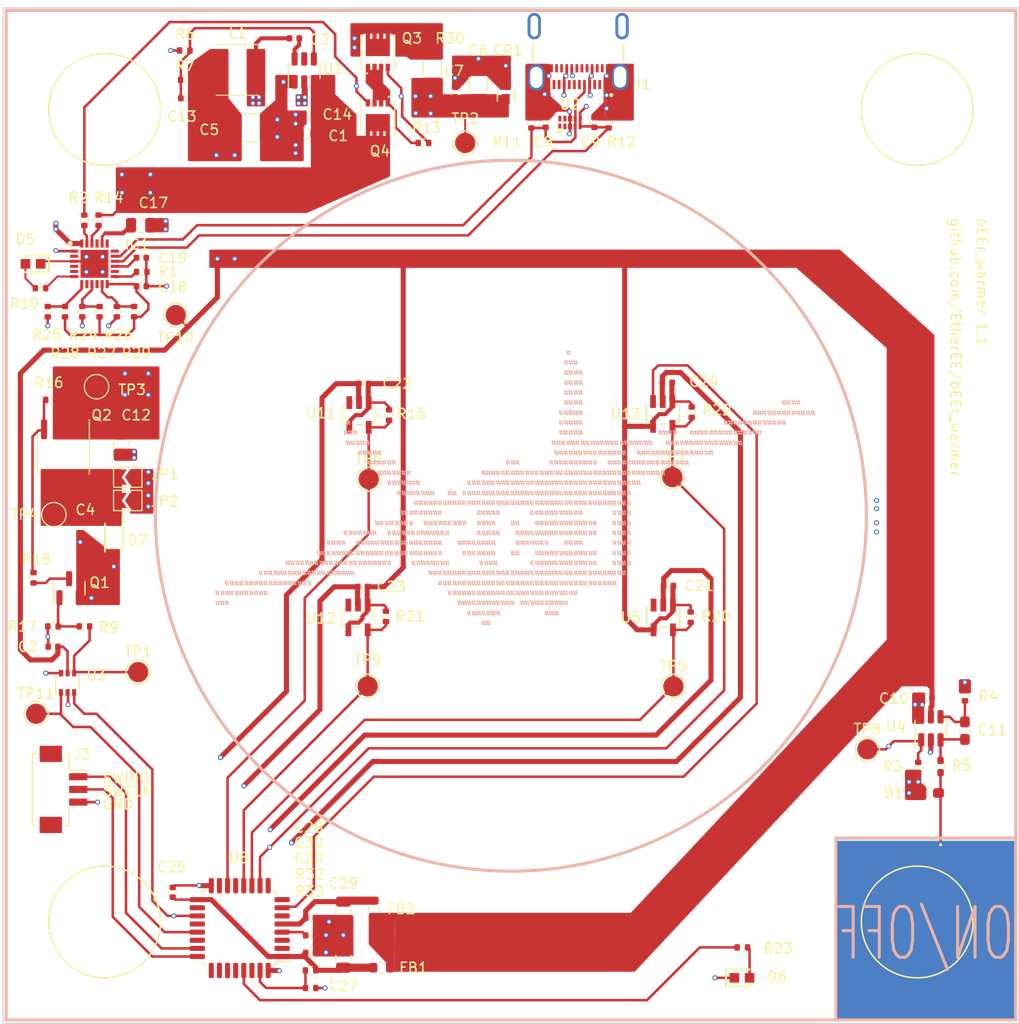
<source format=kicad_pcb>
(kicad_pcb (version 20221018) (generator pcbnew)
  (layers (0 "F.Cu" signal) (1 "In1.Cu" signal) (2 "In2.Cu" signal) (31 "B.Cu" signal) (34 "B.Paste" user) (35 "F.Paste" user) (36 "B.SilkS" user "B.Silkscreen") (37 "F.SilkS" user "F.Silkscreen") (38 "B.Mask" user) (39 "F.Mask" user) (44 "Edge.Cuts" user))
  (net 0 "")
  (net 1 "VOUT")
  (net 2 "LOAD")
  (net 3 "+3.3V")
  (net 4 "Net-(U1-SW)")
  (net 5 "Net-(U1-BOOT)")
  (net 6 "Vbus")
  (net 7 "CC1")
  (net 8 "CC2")
  (net 9 "Net-(U4-SNSK)")
  (net 10 "Net-(U4-SNS)")
  (net 11 "Net-(U1-FB)")
  (net 12 "Net-(IC1-V5V)")
  (net 13 "V3VD")
  (net 14 "Net-(IC1-IFB)")
  (net 15 "Net-(C20-Pad2)")
  (net 16 "Net-(U8-VDDA)")
  (net 17 "Net-(U8-NRST)")
  (net 18 "SensorIN")
  (net 19 "Net-(D5-A)")
  (net 20 "Net-(D6-A)")
  (net 24 "LED_TEST")
  (net 25 "VSEL1")
  (net 27 "VSEL0")
  (net 29 "VSEL2")
  (net 30 "Net-(IC1-PSEL)")
  (net 35 "Net-(IC1-VBUS)")
  (net 36 "Net-(IC1-PWR_EN)")
  (net 37 "Net-(IC1-VCC)")
  (net 52 "SWCLK")
  (net 53 "SWDIO")
  (net 54 "Net-(Q1-G)")
  (net 55 "Net-(Q1-D)")
  (net 56 "Net-(Q2-G)")
  (net 57 "Net-(Q3-S_1)")
  (net 58 "Net-(Q3-G)")
  (net 59 "SensorOUT")
  (net 60 "Net-(R9-Pad1)")
  (net 61 "65DEG")
  (net 62 "75DEG_B")
  (net 63 "75DEG_A")
  (net 64 "85DEG")
  (net 65 "LED")
  (net 66 "Net-(U8-BOOT0)")
  (net 72 "Control")
  (net 77 "Temp")
  (net 92 "GND")
  (footprint "Capacitor_SMD:C_0402_1005Metric" (layer "F.Cu") (at 153.42 71.28 90)
    (fp_text reference "C8")
    (fp_text value "27p")
  )
  (footprint "TestPoint:TestPoint_Pad_D2.0mm" (layer "F.Cu") (at 103.25 129.5)
    (fp_text reference "TP11")
    (fp_text value "TestPoint")
  )
  (footprint "Package_QFP:LQFP-32_7x7mm_P0.8mm" (layer "F.Cu") (at 123.3 150.6 180)
    (fp_text reference "U8")
    (fp_text value "STM32F030K6Tx")
  )
  (footprint "Resistor_SMD:R_0402_1005Metric" (layer "F.Cu") (at 130.28 156.5 180)
    (fp_text reference "R33")
    (fp_text value "0R")
  )
  (footprint "Resistor_SMD:R_0402_1005Metric" (layer "F.Cu") (at 117.89 64.2)
    (fp_text reference "R6")
    (fp_text value "22k1")
  )
  (footprint "TestPoint:TestPoint_Pad_D2.0mm" (layer "F.Cu") (at 166 126.8)
    (fp_text reference "TP5")
    (fp_text value "TestPoint")
  )
  (footprint "Resistor_SMD:R_0402_1005Metric" (layer "F.Cu") (at 130.28 154.7625)
    (fp_text reference "R32")
    (fp_text value "100k")
  )
  (footprint "Capacitor_SMD:C_0603_1608Metric_Pad1.08x0.95mm_HandSolder" (layer "F.Cu") (at 194.7 131.1625 90)
    (fp_text reference "C11")
    (fp_text value "2n2-47n")
  )
  (footprint "Capacitor_SMD:C_0402_1005Metric" (layer "F.Cu") (at 130.28 149.6 180)
    (fp_text reference "C28")
    (fp_text value "10n")
  )
  (footprint "Resistor_SMD:R_0402_1005Metric" (layer "F.Cu") (at 103.69 87.6)
    (fp_text reference "R10")
    (fp_text value "1k")
  )
  (footprint "Resistor_SMD:R_0402_1005Metric" (layer "F.Cu") (at 152.02 71.31 -90)
    (fp_text reference "R11")
    (fp_text value "5k1")
  )
  (footprint "MSMP20A:CR_0A-M3&slash_89A_VIS" (layer "F.Cu") (at 149.5 67.8985 90)
    (fp_text reference "CR1")
    (fp_text value "MSMP20A-M3/89A")
  )
  (footprint "Package_TO_SOT_SMD:SOT-23-6" (layer "F.Cu") (at 191.35 130.9375 90)
    (fp_text reference "U4")
    (fp_text value "AT42QT1012-T")
  )
  (footprint "Capacitor_SMD:C_0402_1005Metric" (layer "F.Cu") (at 158.22 71.28 90)
    (fp_text reference "C9")
    (fp_text value "27p")
  )
  (footprint "Capacitor_SMD:C_0402_1005Metric" (layer "F.Cu") (at 117.98 68.9 180)
    (fp_text reference "C13")
    (fp_text value "56p")
  )
  (footprint "Capacitor_SMD:C_0402_1005Metric" (layer "F.Cu") (at 190.98 127.9)
    (fp_text reference "C10")
    (fp_text value "100n")
  )
  (footprint "Resistor_SMD:R_0402_1005Metric" (layer "F.Cu") (at 106.1 89.91 90)
    (fp_text reference "R28")
    (fp_text value "0R")
  )
  (footprint "Resistor_SMD:R_0402_1005Metric" (layer "F.Cu") (at 190.1 134.79 -90)
    (fp_text reference "R3")
    (fp_text value "100k")
  )
  (footprint "Capacitor_SMD:C_0402_1005Metric" (layer "F.Cu") (at 107.6 111.2 -90)
    (fp_text reference "C4")
    (fp_text value "100n")
  )
  (footprint "Capacitor_SMD:C_0402_1005Metric" (layer "F.Cu") (at 165.4 96.9 180)
    (fp_text reference "C24")
    (fp_text value "100n")
  )
  (footprint "DMN3008SFGQ:DMG7401SFG13" (layer "F.Cu") (at 136.9 64.5)
    (fp_text reference "Q3")
    (fp_text value "DMN3008SFGQ-7" hide)
  )
  (footprint "Capacitor_SMD:C_0402_1005Metric" (layer "F.Cu") (at 113.62 84.6)
    (fp_text reference "C19")
    (fp_text value "100n")
  )
  (footprint "TestPoint:TestPoint_Pad_D2.0mm" (layer "F.Cu") (at 135.9 126.8)
    (fp_text reference "TP9")
    (fp_text value "TestPoint")
  )
  (footprint "Connector_Hirose:Hirose_DF13C_CL535-0403-5-51_1x03-1MP_P1.25mm_Vertical" (layer "F.Cu") (at 105.95 136.95 -90)
    (fp_text reference "J3")
    (fp_text value "DF13A-3P-1.25H_51_")
  )
  (footprint "LM26:MF05A" (layer "F.Cu") (at 164.9475 99.9808 -90)
    (fp_text reference "U13")
    (fp_text value "LM26CIM5-TPA/NOPB")
  )
  (footprint "DMN3008SFGQ:DMG7401SFG13" (layer "F.Cu") (at 136.9 70.705 180)
    (fp_text reference "Q4")
    (fp_text value "DMN3008SFGQ-7" hide)
  )
  (footprint "Resistor_SMD:R_0402_1005Metric" (layer "F.Cu") (at 117.99 67.1)
    (fp_text reference "R7")
    (fp_text value "100k")
  )
  (footprint "Capacitor_SMD:C_0402_1005Metric" (layer "F.Cu") (at 116.7 147.08 -90)
    (fp_text reference "C25")
    (fp_text value "100n")
  )
  (footprint "LM26:MF05A" (layer "F.Cu") (at 134.9475 120.0192 -90)
    (fp_text reference "U12")
    (fp_text value "LM26CIM5-SPA/NOPB")
  )
  (footprint "Capacitor_SMD:C_0805_2012Metric" (layer "F.Cu") (at 133.5 153.55 90)
    (fp_text reference "C27")
    (fp_text value "4,7u")
  )
  (footprint "Resistor_SMD:R_0603_1608Metric" (layer "F.Cu") (at 136.5 148.725 -90)
    (fp_text reference "FB2")
    (fp_text value "BLM18EG221SN1D")
  )
  (footprint "Capacitor_SMD:C_0402_1005Metric" (layer "F.Cu") (at 130.08 70.5 180)
    (fp_text reference "C14")
    (fp_text value "100n")
  )
  (footprint "TestPoint:TestPoint_Pad_D2.0mm" (layer "F.Cu") (at 165.9 106.2)
    (fp_text reference "TP7")
    (fp_text value "TestPoint")
  )
  (footprint "LM26:MF05A" (layer "F.Cu") (at 165 120.0192 -90)
    (fp_text reference "U5")
    (fp_text value "LM26CIM5-SPA/NOPB")
  )
  (footprint "150060AS75000:LEDC1608X80N" (layer "F.Cu") (at 102.95 85.2 180)
    (fp_text reference "D5")
    (fp_text value "150060AS75000" hide)
  )
  (footprint "Capacitor_SMD:C_1206_3216Metric" (layer "F.Cu") (at 146.8 67.575 90)
    (fp_text reference "C6")
    (fp_text value "10u")
  )
  (footprint "Resistor_SMD:R_0402_1005Metric" (layer "F.Cu") (at 103 116.11 -90)
    (fp_text reference "R18")
    (fp_text value "10k")
  )
  (footprint "Capacitor_SMD:C_0402_1005Metric" (layer "F.Cu") (at 144.5 68.28 90)
    (fp_text reference "C7")
    (fp_text value "100n")
  )
  (footprint "TestPoint:TestPoint_Pad_D2.0mm" (layer "F.Cu") (at 185.1 133)
    (fp_text reference "TP8")
    (fp_text value "TestPoint")
  )
  (footprint "TestPoint:TestPoint_Pad_D2.0mm" (layer "F.Cu") (at 117 90.25)
    (fp_text reference "TP10")
    (fp_text value "TestPoint")
  )
  (footprint "Resistor_SMD:R_0402_1005Metric" (layer "F.Cu") (at 109.4 80.91 -90)
    (fp_text reference "R14")
    (fp_text value "0R")
  )
  (footprint "Capacitor_SMD:C_0402_1005Metric" (layer "F.Cu") (at 113.62 87.4)
    (fp_text reference "C18")
    (fp_text value "100n")
  )
  (footprint "Capacitor_SMD:C_0402_1005Metric" (layer "F.Cu") (at 135.52 97 180)
    (fp_text reference "C22")
    (fp_text value "100n")
  )
  (footprint "TestPoint:TestPoint_Pad_D2.0mm" (layer "F.Cu") (at 136 106.4)
    (fp_text reference "TP6")
    (fp_text value "TestPoint")
  )
  (footprint "LM26:MF05A" (layer "F.Cu") (at 135.0475 100.0808 -90)
    (fp_text reference "U11")
    (fp_text value "LM26CIM5-RPA/NOPB")
  )
  (footprint "Resistor_SMD:R_0402_1005Metric" (layer "F.Cu") (at 113.655206 85.992843)
    (fp_text reference "R1")
    (fp_text value "56k")
  )
  (footprint "Capacitor_SMD:C_0603_1608Metric_Pad1.08x0.95mm_HandSolder" (layer "F.Cu") (at 191.2375 137.3)
    (fp_text reference "D1")
    (fp_text value "TESDU5V0 RGG")
  )
  (footprint "Package_TO_SOT_SMD:SOT-363_SC-70-6" (layer "F.Cu") (at 106.35 126.45 90)
    (fp_text reference "U3")
    (fp_text value "74LVC1G11DW-7")
  )
  (footprint "Capacitor_SMD:C_0805_2012Metric" (layer "F.Cu") (at 133.5 148.95 90)
    (fp_text reference "C29")
    (fp_text value "1u")
  )
  (footprint "Resistor_SMD:R_0402_1005Metric" (layer "F.Cu") (at 104.4 89.91 -90)
    (fp_text reference "R25")
    (fp_text value "100k")
  )
  (footprint "LIB_TPD4E02B04DQAR:DQA_R-PUSON-N10_" (layer "F.Cu") (at 155.82 71.285)
    (fp_text reference "U2")
    (fp_text value "TPD4E02B04DQA" hide)
  )
  (footprint "Package_SO:SOIC-8_3.9x4.9mm_P1.27mm" (layer "F.Cu") (at 105.935 103.975 -90)
    (fp_text reference "Q2")
    (fp_text value "AO4447A")
  )
  (footprint "Capacitor_SMD:C_0603_1608Metric" (layer "F.Cu") (at 129.925 72.4 180)
    (fp_text reference "C1")
    (fp_text value "1u")
  )
  (footprint "Resistor_SMD:R_0402_1005Metric" (layer "F.Cu") (at 159.62 71.31 -90)
    (fp_text reference "R12")
    (fp_text value "5k1")
  )
  (footprint "Resistor_SMD:R_0402_1005Metric" (layer "F.Cu") (at 141.39 73.3)
    (fp_text reference "R13")
    (fp_text value "100k")
  )
  (footprint "Capacitor_SMD:C_1210_3225Metric" (layer "F.Cu") (at 124.375 71.8)
    (fp_text reference "C5")
    (fp_text value "47u")
  )
  (footprint "Package_TO_SOT_SMD:SOT-23" (layer "F.Cu") (at 106.5 117.1375 90)
    (fp_text reference "Q1")
    (fp_text value "MMFTN3402")
  )
  (footprint "Resistor_SMD:R_0402_1005Metric" (layer "F.Cu") (at 107.8 89.91 -90)
    (fp_text reference "R24")
    (fp_text value "100k")
  )
  (footprint "Resistor_SMD:R_0402_1005Metric" (layer "F.Cu") (at 137.7 119.91 90)
    (fp_text reference "R21")
    (fp_text value "22k")
  )
  (footprint "Resistor_SMD:R_0402_1005Metric" (layer "F.Cu") (at 138 100.09 90)
    (fp_text reference "R15")
    (fp_text value "22k")
  )
  (footprint "Capacitor_SMD:C_0402_1005Metric" (layer "F.Cu") (at 104.92 122.9)
    (fp_text reference "C2")
    (fp_text value "100n")
  )
  (footprint "Resistor_SMD:R_0402_1005Metric" (layer "F.Cu") (at 194.7 127.715 90)
    (fp_text reference "R4")
    (fp_text value "1M")
  )
  (footprint "CX90B1-24P:HRS_CX90B1-24P" (layer "F.Cu") (at 156.62 61.8 180)
    (fp_text reference "J1")
    (fp_text value "CX90B1-24P")
    (fp_line (start 3.41 -3.38) (end 3.79 -3.38) (stroke (width 0.01)) (layer "Edge.Cuts"))
    (fp_line (start 3.79 -2.85) (end 3.41 -2.85) (stroke (width 0.01)) (layer "Edge.Cuts"))
    (fp_arc (start 3.16 -3.115) (mid 3.230117 -3.299277) (end 3.41 -3.38) (stroke (width 0.01)) (layer "Edge.Cuts"))
    (fp_arc (start 3.41 -2.85) (mid 3.230117 -2.930723) (end 3.16 -3.115) (stroke (width 0.01)) (layer "Edge.Cuts"))
    (fp_arc (start 3.79 -3.38) (mid 3.969883 -3.299277) (end 4.04 -3.115) (stroke (width 0.01)) (layer "Edge.Cuts"))
    (fp_arc (start 4.04 -3.115) (mid 3.969883 -2.930723) (end 3.79 -2.85) (stroke (width 0.01)) (layer "Edge.Cuts"))
  )
  (footprint "TestPoint:TestPoint_Pad_D2.0mm" (layer "F.Cu") (at 105 109.9)
    (fp_text reference "TP4")
    (fp_text value "TestPoint")
  )
  (footprint "LQH5BPN150MTOL:LQH5BPB100MT0L" (layer "F.Cu") (at 123.075 66.1 180)
    (fp_text reference "L1")
    (fp_text value "15uH" hide)
  )
  (footprint "Capacitor_SMD:C_0805_2012Metric" (layer "F.Cu") (at 111.6 102.95 -90)
    (fp_text reference "C12")
    (fp_text value "1u")
  )
  (footprint "Resistor_SMD:R_0402_1005Metric" (layer "F.Cu") (at 104.71 98.6 180)
    (fp_text reference "R16")
    (fp_text value "100k")
  )
  (footprint "Jumper:SolderJumper-2_P1.3mm_Open_TrianglePad1.0x1.5mm" (layer "F.Cu") (at 112.275 106.2 180)
    (fp_text reference "JP1")
    (fp_text value "SolderJumper_2_Bridged")
  )
  (footprint "Resistor_SMD:R_0402_1005Metric" (layer "F.Cu") (at 111.2 89.91 -90)
    (fp_text reference "R26")
    (fp_text value "100k")
  )
  (footprint "TestPoint:TestPoint_Pad_D2.0mm" (layer "F.Cu") (at 145.5 73.3)
    (fp_text reference "TP2")
    (fp_text value "TestPoint")
  )
  (footprint "Resistor_SMD:R_0402_1005Metric" (layer "F.Cu") (at 167.7 119.99 90)
    (fp_text reference "R20")
    (fp_text value "22k")
  )
  (footprint "TestPoint:TestPoint_Pad_D2.0mm" (layer "F.Cu") (at 113.3 125.4)
    (fp_text reference "TP1")
    (fp_text value "TestPoint")
  )
  (footprint "Capacitor_SMD:C_0402_1005Metric" (layer "F.Cu") (at 165.52 116.9 180)
    (fp_text reference "C21")
    (fp_text value "100n")
  )
  (footprint "Resistor_SMD:R_1206_3216Metric" (layer "F.Cu") (at 142.25 65.9625 90)
    (fp_text reference "R30")
    (fp_text value "10mR")
  )
  (footprint "Resistor_SMD:R_0402_1005Metric" (layer "F.Cu") (at 112.9 89.91 90)
    (fp_text reference "R29")
    (fp_text value "0R")
  )
  (footprint "Package_TO_SOT_SMD:SOT-23-6" (layer "F.Cu") (at 129.65 66.1625 90)
    (fp_text reference "U1")
    (fp_text value "TPS54202DDCR")
  )
  (footprint "Resistor_SMD:R_0402_1005Metric" (layer "F.Cu") (at 108 80.91 -90)
    (fp_text reference "R2")
    (fp_text value "100R")
  )
  (footprint "Resistor_SMD:R_0402_1005Metric_Pad0.72x0.64mm_HandSolder" (layer "F.Cu") (at 192.3 134.6975 -90)
    (fp_text reference "R5")
    (fp_text value "4k7-33k")
  )
  (footprint "AP33771DKZ:QFN50P400X400X80-25N-D" (layer "F.Cu") (at 109 85.2)
    (fp_text reference "IC1")
    (fp_text value "AP33771DKZ-13" hide)
  )
  (footprint "Resistor_SMD:R_0402_1005Metric" (layer "F.Cu") (at 167.8 99.81 90)
    (fp_text reference "R22")
    (fp_text value "22k")
  )
  (footprint "Capacitor_SMD:C_0402_1005Metric" (layer "F.Cu") (at 128.68 63)
    (fp_text reference "C3")
    (fp_text value "100n")
  )
  (footprint "Resistor_SMD:R_0603_1608Metric" (layer "F.Cu") (at 137.275 154.5 180)
    (fp_text reference "FB1")
    (fp_text value "BLM18EG221SN1D")
  )
  (footprint "Resistor_SMD:R_0402_1005Metric" (layer "F.Cu") (at 104.91 120.9 180)
    (fp_text reference "R17")
    (fp_text value "100k")
  )
  (footprint "NRVS1MFL:SODFL3617X108N" (layer "F.Cu") (at 110.9 112.15 -90)
    (fp_text reference "D7")
    (fp_text value "NRVS1MFL" hide)
  )
  (footprint "Jumper:SolderJumper-2_P1.3mm_Open_TrianglePad1.0x1.5mm" (layer "F.Cu") (at 112.275 108.5 180)
    (fp_text reference "JP2")
    (fp_text value "SolderJumper_2_Bridged")
  )
  (footprint "TestPoint:TestPoint_Pad_D2.0mm" (layer "F.Cu") (at 109.2 97.3)
    (fp_text reference "TP3")
    (fp_text value "TestPoint")
  )
  (footprint "Capacitor_SMD:C_0805_2012Metric" (layer "F.Cu") (at 113.55 81.4)
    (fp_text reference "C17")
    (fp_text value "1u")
  )
  (footprint "Resistor_SMD:R_0402_1005Metric" (layer "F.Cu") (at 109.5 89.91 90)
    (fp_text reference "R27")
    (fp_text value "0R")
  )
  (footprint "Capacitor_SMD:C_0402_1005Metric" (layer "F.Cu") (at 135.4 117 180)
    (fp_text reference "C23")
    (fp_text value "100n")
  )
  (footprint "Resistor_SMD:R_0402_1005Metric" (layer "F.Cu") (at 108.01 120.9 180)
    (fp_text reference "R9")
    (fp_text value "1k")
  )
  (footprint "150060AS75000:LEDC1608X80N" (layer "F.Cu") (at 172.75 155.5)
    (fp_text reference "D6")
    (fp_text value "150060AS75000" hide)
  )
  (footprint "Resistor_SMD:R_0402_1005Metric" (layer "F.Cu") (at 172.79 152.5 180)
    (fp_text reference "R23")
    (fp_text value "1k")
  )
  (footprint "Capacitor_SMD:C_0402_1005Metric" (layer "F.Cu") (at 130.28 151.3175 180)
    (fp_text reference "C30")
    (fp_text value "100n")
  )
  (footprint "Capacitor_SMD:C_0402_1005Metric" (layer "F.Cu") (at 130.28 153.035 180)
    (fp_text reference "C20")
    (fp_text value "100n")
  )
  (footprint "Podgrzewacz:efik3" (layer "B.Cu") (at 150.4 107.3 180)
    (fp_text reference "G***" hide)
    (fp_text value "LOGO" hide)
  )
  (gr_rect (start 100.3 60.25) (end 199.7 159.65) (stroke (width 0.3)) (fill none) (layer "B.SilkS"))
  (gr_rect (start 182 141.75) (end 199.7 159.65) (stroke (width 0.3)) (fill none) (layer "B.SilkS"))
  (gr_circle (center 150 110) (end 185 110) (stroke (width 0.3)) (fill none) (layer "B.SilkS"))
  (gr_circle (center 190 70) (end 184.5 70) (stroke (width 0.15)) (fill none) (layer "F.SilkS"))
  (gr_circle (center 110 70) (end 115.5 70) (stroke (width 0.15)) (fill none) (layer "F.SilkS"))
  (gr_circle (center 110 150) (end 115.5 150) (stroke (width 0.15)) (fill none) (layer "F.SilkS"))
  (gr_circle (center 190 150) (end 190 155.5) (stroke (width 0.15)) (fill none) (layer "F.SilkS"))
  (gr_rect (start 100 60) (end 200 160) (stroke (width 0.1)) (fill none) (layer "Edge.Cuts"))
  (gr_text "ON/OFF" (at 199.75 154.1) (layer "B.SilkS") (effects (font (size 5 3) (thickness 0.3)) (justify left bottom mirror)))
  (gr_text "bEEr_warmer 1.1" (at 195.8 80.6 -90) (layer "F.SilkS") (effects (font (size 1 1)) (justify left bottom)))
  (gr_text "github.com/EtherEE/bEEr_warmer" (at 193.2 80.6 -90) (layer "F.SilkS") (effects (font (size 1 1)) (justify left bottom)))
  (gr_text "GND" (at 109.7 139) (layer "F.SilkS") (effects (font (size 1 1)) (justify left bottom)))
  (gr_text "SWDIO" (at 109.7 136.4) (layer "F.SilkS") (effects (font (size 1 1)) (justify left bottom)))
  (gr_text "SWCLK" (at 109.7 137.7) (layer "F.SilkS") (effects (font (size 1 1)) (justify left bottom)))
  (segment (start 130.5 72.6) (end 130.7 72.4) (width 0.25) (layer "F.Cu") (net 1))
  (segment (start 106.52 97.3) (end 105.22 98.6) (width 0.25) (layer "F.Cu") (net 1))
  (segment (start 105.3 101.5) (end 105.3 98.68) (width 0.25) (layer "F.Cu") (net 1))
  (segment (start 129.9 76.7) (end 130.5 76.1) (width 0.25) (layer "F.Cu") (net 1))
  (segment (start 110.8 80.4) (end 114.5 76.7) (width 0.25) (layer "F.Cu") (net 1))
  (segment (start 109.4 80.4) (end 110.8 80.4) (width 0.25) (layer "F.Cu") (net 1))
  (segment (start 114.5 76.7) (end 129.9 76.7) (width 0.25) (layer "F.Cu") (net 1))
  (segment (start 105.3 98.68) (end 105.22 98.6) (width 0.25) (layer "F.Cu") (net 1))
  (segment (start 109.2 97.3) (end 106.52 97.3) (width 0.25) (layer "F.Cu") (net 1))
  (segment (start 130.5 76.1) (end 130.5 72.6) (width 0.25) (layer "F.Cu") (net 1))
  (via (at 114.5 78.2) (size 0.5) (drill 0.3) (layers "F.Cu" "B.Cu") (net 1))
  (via (at 112 98.1) (size 0.5) (drill 0.3) (layers "F.Cu" "B.Cu") (net 1))
  (via (at 112 96) (size 0.5) (drill 0.3) (layers "F.Cu" "B.Cu") (net 1))
  (via (at 111.7 76.4) (size 0.5) (drill 0.3) (layers "F.Cu" "B.Cu") (net 1))
  (via (at 114.3 96) (size 0.5) (drill 0.3) (layers "F.Cu" "B.Cu") (net 1))
  (via (at 114.5 76.4) (size 0.5) (drill 0.3) (layers "F.Cu" "B.Cu") (net 1))
  (via (at 114.3 98.1) (size 0.5) (drill 0.3) (layers "F.Cu" "B.Cu") (net 1))
  (via (at 111.7 78.2) (size 0.5) (drill 0.3) (layers "F.Cu" "B.Cu") (net 1))
  (segment (start 167.7 119.48) (end 167.7 118.9) (width 0.25) (layer "F.Cu") (net 3))
  (segment (start 167.5616 98.7616) (end 165.9 98.7616) (width 0.25) (layer "F.Cu") (net 3))
  (segment (start 104 93.7) (end 101.7 96) (width 0.5) (layer "F.Cu") (net 3))
  (segment (start 135.8525 119.4475) (end 135.378501 119.921499) (width 0.4) (layer "F.Cu") (net 3))
  (segment (start 135.9525 98.8) (end 135.9525 96.9475) (width 0.5) (layer "F.Cu") (net 3))
  (segment (start 167.7 118.9) (end 167.6 118.8) (width 0.25) (layer "F.Cu") (net 3))
  (segment (start 165.9525 118.8) (end 165.9525 119.4475) (width 0.25) (layer "F.Cu") (net 3))
  (segment (start 164.0616 100.5384) (end 164.0616 101.1384) (width 0.4) (layer "F.Cu") (net 3))
  (segment (start 135.88 117) (end 137.5 117) (width 0.5) (layer "F.Cu") (net 3))
  (segment (start 138 99.58) (end 138 99.3) (width 0.25) (layer "F.Cu") (net 3))
  (segment (start 161.2 120) (end 161.2 101.2) (width 0.5) (layer "F.Cu") (net 3))
  (segment (start 135.3 100.1) (end 134.7 100.1) (width 0.4) (layer "F.Cu") (net 3))
  (segment (start 164.6 100) (end 164.0616 100.5384) (width 0.4) (layer "F.Cu") (net 3))
  (segment (start 191 126.5) (end 190.5 126.5) (width 0.5) (layer "F.Cu") (net 3))
  (segment (start 162.4384 121.2384) (end 161.2 120) (width 0.5) (layer "F.Cu") (net 3))
  (segment (start 138.7 84.7) (end 122.8 84.7) (width 0.5) (layer "F.Cu") (net 3))
  (segment (start 139.4 115.1) (end 139.4 97) (width 0.5) (layer "F.Cu") (net 3))
  (segment (start 165.9525 119.4475) (end 165.3 120.1) (width 0.4) (layer "F.Cu") (net 3))
  (segment (start 165.3 120.1) (end 164.7 120.1) (width 0.4) (layer "F.Cu") (net 3))
  (segment (start 161.2 101.2) (end 161.2 85.1) (width 0.5) (layer "F.Cu") (net 3))
  (segment (start 137.7 119.4) (end 137.7 119) (width 0.25) (layer "F.Cu") (net 3))
  (segment (start 167.8 99) (end 167.5616 98.7616) (width 0.25) (layer "F.Cu") (net 3))
  (segment (start 138 99.3) (end 137.5616 98.8616) (width 0.25) (layer "F.Cu") (net 3))
  (segment (start 165.8525 99.3475) (end 165.2 100) (width 0.4) (layer "F.Cu") (net 3))
  (segment (start 121.1 88.5) (end 118.175 91.425) (width 0.5) (layer "F.Cu") (net 3))
  (segment (start 121.1 84.7) (end 121.1 88.5) (width 0.5) (layer "F.Cu") (net 3))
  (segment (start 165.9525 118.8) (end 165.9525 116.9475) (width 0.5) (layer "F.Cu") (net 3))
  (segment (start 117 90.25) (end 118.175 91.425) (width 0.25) (layer "F.Cu") (net 3))
  (segment (start 165.9525 116.9475) (end 166 116.9) (width 0.25) (layer "F.Cu") (net 3))
  (segment (start 134.1711 120.5289) (end 134.0616 120.6384) (width 0.4) (layer "F.Cu") (net 3))
  (segment (start 135.9525 98.8) (end 135.9525 99.4475) (width 0.25) (layer "F.Cu") (net 3))
  (segment (start 164.7 120.1) (end 164.1616 120.6384) (width 0.4) (layer "F.Cu") (net 3))
  (segment (start 101.7 123.2) (end 102.7 124.2) (width 0.5) (layer "F.Cu") (net 3))
  (segment (start 139.7 85.1) (end 139.4 85.4) (width 0.5) (layer "F.Cu") (net 3))
  (segment (start 105.9 122.9) (end 105.4 122.9) (width 0.25) (layer "F.Cu") (net 3))
  (segment (start 105.4 123.6) (end 105.4 122.9) (width 0.5) (layer "F.Cu") (net 3))
  (segment (start 163.995 101.2) (end 161.2 101.2) (width 0.5) (layer "F.Cu") (net 3))
  (segment (start 135.378501 119.921499) (end 135.378501 120.148431) (width 0.4) (layer "F.Cu") (net 3))
  (segment (start 191.46 128.74) (end 191.46 127.9) (width 0.5) (layer "F.Cu") (net 3))
  (segment (start 161.2 85.1) (end 139.7 85.1) (width 0.5) (layer "F.Cu") (net 3))
  (segment (start 135.9525 99.4475) (end 135.3 100.1) (width 0.4) (layer "F.Cu") (net 3))
  (segment (start 165.8525 98.7) (end 165.8525 96.8475) (width 0.5) (layer "F.Cu") (net 3))
  (segment (start 134.0616 120.6384) (end 134.0616 121.2384) (width 0.4) (layer "F.Cu") (net 3))
  (segment (start 191.4 126.9) (end 191 126.5) (width 0.5) (layer "F.Cu") (net 3))
  (segment (start 139.4 97) (end 136 97) (width 0.5) (layer "F.Cu") (net 3))
  (segment (start 137.7 119) (end 137.5 118.8) (width 0.25) (layer "F.Cu") (net 3))
  (segment (start 167.8 99.3) (end 167.8 99) (width 0.25) (layer "F.Cu") (net 3))
  (segment (start 106.35 125.5) (end 106.35 123.35) (width 0.25) (layer "F.Cu") (net 3))
  (segment (start 135.378501 120.148431) (end 134.998032 120.5289) (width 0.4) (layer "F.Cu") (net 3))
  (segment (start 190.5 126.5) (end 184.8 126.5) (width 0.5) (layer "F.Cu") (net 3))
  (segment (start 134.998032 120.5289) (end 134.1711 120.5289) (width 0.4) (layer "F.Cu") (net 3))
  (segment (start 134.1616 100.6384) (end 134.1616 101.2384) (width 0.4) (layer "F.Cu") (net 3))
  (segment (start 165.8525 98.7) (end 165.8525 99.3475) (width 0.25) (layer "F.Cu") (net 3))
  (segment (start 167.6 118.8) (end 165.9525 118.8) (width 0.25) (layer "F.Cu") (net 3))
  (segment (start 165.2 100) (end 164.6 100) (width 0.4) (layer "F.Cu") (net 3))
  (segment (start 191.46 127.9) (end 191.46 126.96) (width 0.5) (layer "F.Cu") (net 3))
  (segment (start 135.8525 118.8) (end 135.8525 119.4475) (width 0.25) (layer "F.Cu") (net 3))
  (segment (start 102.7 124.2) (end 104.8 124.2) (width 0.5) (layer "F.Cu") (net 3))
  (segment (start 135.8525 118.8) (end 135.8525 116.9475) (width 0.5) (layer "F.Cu") (net 3))
  (segment (start 191.46 126.96) (end 191.4 126.9) (width 0.5) (layer "F.Cu") (net 3))
  (segment (start 164.0475 121.2384) (end 162.4384 121.2384) (width 0.5) (layer "F.Cu") (net 3))
  (segment (start 104.8 124.2) (end 105.4 123.6) (width 0.5) (layer "F.Cu") (net 3))
  (segment (start 118.175 91.425) (end 115.9 93.7) (width 0.5) (layer "F.Cu") (net 3))
  (segment (start 139.4 85.4) (end 139.4 97) (width 0.5) (layer "F.Cu") (net 3))
  (segment (start 137.5 117) (end 139.4 115.1) (width 0.5) (layer "F.Cu") (net 3))
  (segment (start 101.7 96) (end 101.7 123.2) (width 0.5) (layer "F.Cu") (net 3))
  (segment (start 134.7 100.1) (end 134.1616 100.6384) (width 0.4) (layer "F.Cu") (net 3))
  (segment (start 164.1616 120.6384) (end 164.1616 121.2384) (width 0.4) (layer "F.Cu") (net 3))
  (segment (start 191.35 128.85) (end 191.46 128.74) (width 0.5) (layer "F.Cu") (net 3))
  (segment (start 106.35 123.35) (end 105.9 122.9) (width 0.25) (layer "F.Cu") (net 3))
  (segment (start 137.5616 98.8616) (end 136 98.8616) (width 0.25) (layer "F.Cu") (net 3))
  (segment (start 115.9 93.7) (end 104 93.7) (width 0.5) (layer "F.Cu") (net 3))
  (segment (start 139.4 85.4) (end 138.7 84.7) (width 0.5) (layer "F.Cu") (net 3))
  (segment (start 137.5 118.8) (end 135.9 118.8) (width 0.25) (layer "F.Cu") (net 3))
  (segment (start 191.35 129.8) (end 191.35 128.85) (width 0.5) (layer "F.Cu") (net 3))
  (via (at 122.8 84.7) (size 0.5) (drill 0.3) (layers "F.Cu" "B.Cu") (net 3))
  (via (at 121.1 84.7) (size 0.5) (drill 0.3) (layers "F.Cu" "B.Cu") (net 3))
  (via (at 122.8 74.5) (size 0.5) (drill 0.3) (layers "F.Cu" "B.Cu") (net 3))
  (via (at 121 74.5) (size 0.5) (drill 0.3) (layers "F.Cu" "B.Cu") (net 3))
  (segment (start 125.4 63) (end 124.9 63.5) (width 0.4) (layer "F.Cu") (net 4))
  (segment (start 124.9 63.5) (end 124.9 66.1) (width 0.4) (layer "F.Cu") (net 4))
  (segment (start 128.2 63) (end 125.4 63) (width 0.4) (layer "F.Cu") (net 4))
  (via (at 129.1 69.4) (size 0.5) (drill 0.3) (layers "F.Cu" "B.Cu") (net 4))
  (via (at 129.7 68.8) (size 0.5) (drill 0.3) (layers "F.Cu" "B.Cu") (net 4))
  (via (at 124.6 68.8) (size 0.5) (drill 0.3) (layers "F.Cu" "B.Cu") (net 4))
  (via (at 125.2 69.4) (size 0.5) (drill 0.3) (layers "F.Cu" "B.Cu") (net 4))
  (via (at 129.7 69.4) (size 0.5) (drill 0.3) (layers "F.Cu" "B.Cu") (net 4))
  (via (at 124.6 69.4) (size 0.5) (drill 0.3) (layers "F.Cu" "B.Cu") (net 4))
  (via (at 129.1 68.8) (size 0.5) (drill 0.3) (layers "F.Cu" "B.Cu") (net 4))
  (via (at 125.2 68.8) (size 0.5) (drill 0.3) (layers "F.Cu" "B.Cu") (net 4))
  (segment (start 129.16 63.64) (end 129.16 63) (width 0.4) (layer "F.Cu") (net 5))
  (segment (start 128.7 64.1) (end 129.16 63.64) (width 0.4) (layer "F.Cu") (net 5))
  (segment (start 128.7 65.025) (end 128.7 64.1) (width 0.4) (layer "F.Cu") (net 5))
  (segment (start 157.745 68.525) (end 157.82 68.6) (width 0.25) (layer "F.Cu") (net 6))
  (segment (start 155.245 67.55) (end 155.245 68.575) (width 0.25) (layer "F.Cu") (net 6))
  (segment (start 107 83.95) (end 105.25 83.95) (width 0.25) (layer "F.Cu") (net 6))
  (segment (start 155.245 68.575) (end 155.22 68.6) (width 0.25) (layer "F.Cu") (net 6))
  (segment (start 155.495 66.6) (end 155.495 65.95) (width 0.25) (layer "F.Cu") (net 6))
  (segment (start 105.25 83.95) (end 105.2 83.9) (width 0.25) (layer "F.Cu") (net 6))
  (segment (start 145.5 73.3) (end 145.5 70.1) (width 0.2) (layer "F.Cu") (net 6))
  (segment (start 157.745 67.55) (end 157.745 68.525) (width 0.25) (layer "F.Cu") (net 6))
  (segment (start 157.995 66.6) (end 157.745 66.85) (width 0.25) (layer "F.Cu") (net 6))
  (segment (start 155.245 66.85) (end 155.495 66.6) (width 0.25) (layer "F.Cu") (net 6))
  (segment (start 157.745 66.85) (end 157.745 67.55) (width 0.25) (layer "F.Cu") (net 6))
  (segment (start 155.245 67.55) (end 155.245 66.85) (width 0.25) (layer "F.Cu") (net 6))
  (segment (start 157.995 65.95) (end 157.995 66.6) (width 0.25) (layer "F.Cu") (net 6))
  (via (at 140.6 68.7) (size 0.5) (drill 0.3) (layers "F.Cu" "B.Cu") (net 6))
  (via (at 155.416812 66.694541) (size 0.5) (drill 0.3) (layers "F.Cu" "B.Cu") (net 6))
  (via (at 142.1 70.4) (size 0.5) (drill 0.3) (layers "F.Cu" "B.Cu") (net 6))
  (via (at 105.2 83.9) (size 0.5) (drill 0.3) (layers "F.Cu" "B.Cu") (net 6))
  (via (at 140.628602 70.371398) (size 0.5) (drill 0.3) (layers "F.Cu" "B.Cu") (net 6))
  (via (at 155.22 68.6) (size 0.5) (drill 0.3) (layers "F.Cu" "B.Cu") (net 6))
  (via (at 142.1 68.7) (size 0.5) (drill 0.3) (layers "F.Cu" "B.Cu") (net 6))
  (via (at 157.92 66.7) (size 0.5) (drill 0.3) (layers "F.Cu" "B.Cu") (net 6))
  (via (at 157.82 68.6) (size 0.5) (drill 0.3) (layers "F.Cu" "B.Cu") (net 6))
  (segment (start 157.245 68.285) (end 156.345 69.185) (width 0.25) (layer "F.Cu") (net 7))
  (segment (start 111.55 84.45) (end 113.2 82.8) (width 0.25) (layer "F.Cu") (net 7))
  (segment (start 152.02 74.6) (end 152.02 71.82) (width 0.25) (layer "F.Cu") (net 7))
  (segment (start 119.1 81.4) (end 145.3 81.4) (width 0.25) (layer "F.Cu") (net 7))
  (segment (start 113.2 82.8) (end 117.7 82.8) (width 0.25) (layer "F.Cu") (net 7))
  (segment (start 153.92 73.2) (end 153.42 72.7) (width 0.25) (layer "F.Cu") (net 7))
  (segment (start 156.345 69.185) (end 156.345 72.775) (width 0.25) (layer "F.Cu") (net 7))
  (segment (start 145.3 81.4) (end 152 74.7) (width 0.25) (layer "F.Cu") (net 7))
  (segment (start 153.92 73.2) (end 155.92 73.2) (width 0.25) (layer "F.Cu") (net 7))
  (segment (start 117.7 82.8) (end 119.1 81.4) (width 0.25) (layer "F.Cu") (net 7))
  (segment (start 155.92 73.2) (end 156.345 72.775) (width 0.25) (layer "F.Cu") (net 7))
  (segment (start 111 84.45) (end 111.55 84.45) (width 0.25) (layer "F.Cu") (net 7))
  (segment (start 153.42 72.7) (end 153.42 71.76) (width 0.25) (layer "F.Cu") (net 7))
  (segment (start 152.02 71.82) (end 153.36 71.82) (width 0.25) (layer "F.Cu") (net 7))
  (segment (start 157.245 67.55) (end 157.245 68.285) (width 0.25) (layer "F.Cu") (net 7))
  (segment (start 111.822391 84.95) (end 111 84.95) (width 0.25) (layer "F.Cu") (net 8))
  (segment (start 113.172391 83.6) (end 111.822391 84.95) (width 0.25) (layer "F.Cu") (net 8))
  (segment (start 145.8 82.4) (end 119.3 82.4) (width 0.25) (layer "F.Cu") (net 8))
  (segment (start 118.1 83.6) (end 113.172391 83.6) (width 0.25) (layer "F.Cu") (net 8))
  (segment (start 156.82 70.3) (end 156.82 70.9) (width 0.25) (layer "F.Cu") (net 8))
  (segment (start 154.1 74.1) (end 145.8 82.4) (width 0.25) (layer "F.Cu") (net 8))
  (segment (start 119.3 82.4) (end 118.1 83.6) (width 0.25) (layer "F.Cu") (net 8))
  (segment (start 159.62 71.82) (end 157.34 74.1) (width 0.25) (layer "F.Cu") (net 8))
  (segment (start 156.081577 66.7) (end 155.995 66.613423) (width 0.25) (layer "F.Cu") (net 8))
  (segment (start 159.56 71.76) (end 159.62 71.82) (width 0.25) (layer "F.Cu") (net 8))
  (segment (start 158.22 71.76) (end 159.56 71.76) (width 0.25) (layer "F.Cu") (net 8))
  (segment (start 156.82 71.67) (end 156.82 70.9) (width 0.25) (layer "F.Cu") (net 8))
  (segment (start 155.995 65.95) (end 155.995 66.613423) (width 0.25) (layer "F.Cu") (net 8))
  (segment (start 157.34 74.1) (end 154.1 74.1) (width 0.25) (layer "F.Cu") (net 8))
  (segment (start 157.42 69.7) (end 156.82 70.3) (width 0.25) (layer "F.Cu") (net 8))
  (segment (start 156.82 71.67) (end 158.13 71.67) (width 0.25) (layer "F.Cu") (net 8))
  (via (at 157.42 69.7) (size 0.5) (drill 0.3) (layers "F.Cu" "B.Cu") (net 8))
  (via (at 156.052076 66.684497) (size 0.5) (drill 0.3) (layers "F.Cu" "B.Cu") (net 8))
  (segment (start 192.3 134.1) (end 192.3 132.075) (width 0.25) (layer "F.Cu") (net 9))
  (segment (start 192.35 132.025) (end 192.3 132.075) (width 0.25) (layer "F.Cu") (net 9))
  (segment (start 194.7 132.025) (end 192.35 132.025) (width 0.25) (layer "F.Cu") (net 9))
  (segment (start 194.7 128.225) (end 194.7 130.3) (width 0.25) (layer "F.Cu") (net 10))
  (segment (start 194.7 130.3) (end 193.7 130.3) (width 0.25) (layer "F.Cu") (net 10))
  (segment (start 193.7 130.3) (end 193.2 129.8) (width 0.25) (layer "F.Cu") (net 10))
  (segment (start 193.2 129.8) (end 192.3 129.8) (width 0.25) (layer "F.Cu") (net 10))
  (segment (start 118.4 64.4) (end 118.4 64.2) (width 0.25) (layer "F.Cu") (net 11))
  (segment (start 117.48 67.1) (end 117.5 67.08) (width 0.25) (layer "F.Cu") (net 11))
  (segment (start 130.6 62.4) (end 130.2 62) (width 0.25) (layer "F.Cu") (net 11))
  (segment (start 130.2 62) (end 118.9 62) (width 0.25) (layer "F.Cu") (net 11))
  (segment (start 118.4 62.5) (end 118.4 64.2) (width 0.25) (layer "F.Cu") (net 11))
  (segment (start 118.9 62) (end 118.4 62.5) (width 0.25) (layer "F.Cu") (net 11))
  (segment (start 117.5 67.08) (end 117.5 65.3) (width 0.25) (layer "F.Cu") (net 11))
  (segment (start 117.5 65.3) (end 118.4 64.4) (width 0.25) (layer "F.Cu") (net 11))
  (segment (start 130.6 65.025) (end 130.6 62.4) (width 0.25) (layer "F.Cu") (net 11))
  (segment (start 117.5 68.9) (end 117.5 67.12) (width 0.25) (layer "F.Cu") (net 11))
  (segment (start 117.5 67.12) (end 117.48 67.1) (width 0.25) (layer "F.Cu") (net 11))
  (segment (start 111.8 82.2) (end 112.6 81.4) (width 0.4) (layer "F.Cu") (net 12))
  (segment (start 109.75 82.5) (end 110.05 82.2) (width 0.25) (layer "F.Cu") (net 12))
  (segment (start 110.05 82.2) (end 111.8 82.2) (width 0.4) (layer "F.Cu") (net 12))
  (segment (start 109.75 83.2) (end 109.75 82.5) (width 0.25) (layer "F.Cu") (net 12))
  (segment (start 112.9 91.6) (end 112.3 92.2) (width 0.25) (layer "F.Cu") (net 13))
  (segment (start 114.3 89.1) (end 114.3 89.7) (width 0.25) (layer "F.Cu") (net 13))
  (segment (start 114.3 89.7) (end 113.58 90.42) (width 0.25) (layer "F.Cu") (net 13))
  (segment (start 110.25 87.2) (end 112.94 87.2) (width 0.25) (layer "F.Cu") (net 13))
  (segment (start 113.14 87.4) (end 113.14 87.94) (width 0.25) (layer "F.Cu") (net 13))
  (segment (start 109.6 92.2) (end 106.6 92.2) (width 0.25) (layer "F.Cu") (net 13))
  (segment (start 106.6 92.2) (end 106.1 91.7) (width 0.25) (layer "F.Cu") (net 13))
  (segment (start 113.14 87.94) (end 114.3 89.1) (width 0.25) (layer "F.Cu") (net 13))
  (segment (start 112.94 87.2) (end 113.14 87.4) (width 0.25) (layer "F.Cu") (net 13))
  (segment (start 106.1 91.7) (end 106.1 90.42) (width 0.25) (layer "F.Cu") (net 13))
  (segment (start 109.5 92.1) (end 109.6 92.2) (width 0.25) (layer "F.Cu") (net 13))
  (segment (start 109.5 90.42) (end 109.5 92.1) (width 0.25) (layer "F.Cu") (net 13))
  (segment (start 113.58 90.42) (end 112.9 90.42) (width 0.25) (layer "F.Cu") (net 13))
  (segment (start 112.9 90.42) (end 112.9 91.6) (width 0.25) (layer "F.Cu") (net 13))
  (segment (start 112.3 92.2) (end 109.6 92.2) (width 0.25) (layer "F.Cu") (net 13))
  (segment (start 111 85.45) (end 112.29 85.45) (width 0.25) (layer "F.Cu") (net 14))
  (segment (start 112.29 85.45) (end 113.14 84.6) (width 0.25) (layer "F.Cu") (net 14))
  (segment (start 116.94 147.8) (end 116.7 147.56) (width 0.25) (layer "F.Cu") (net 15))
  (segment (start 127.475 153.4) (end 126.1 153.4) (width 0.5) (layer "F.Cu") (net 15))
  (segment (start 119.125 147.8) (end 116.94 147.8) (width 0.25) (layer "F.Cu") (net 15))
  (segment (start 129.435 153.4) (end 129.5675 153.2675) (width 0.5) (layer "F.Cu") (net 15))
  (segment (start 130.79 154.7625) (end 133.2375 154.7625) (width 0.5) (layer "F.Cu") (net 15))
  (segment (start 130.79 154.49) (end 129.5675 153.2675) (width 0.5) (layer "F.Cu") (net 15))
  (segment (start 133.2375 154.7625) (end 133.5 154.5) (width 0.5) (layer "F.Cu") (net 15))
  (segment (start 130.79 154.7625) (end 130.79 154.49) (width 0.5) (layer "F.Cu") (net 15))
  (segment (start 120.5 147.8) (end 119.125 147.8) (width 0.5) (layer "F.Cu") (net 15))
  (segment (start 129.5675 153.2675) (end 129.8 153.035) (width 0.5) (layer "F.Cu") (net 15))
  (segment (start 127.475 153.4) (end 129.435 153.4) (width 0.5) (layer "F.Cu") (net 15))
  (segment (start 126.1 153.4) (end 120.5 147.8) (width 0.5) (layer "F.Cu") (net 15))
  (segment (start 136.45 154.5) (end 133.5 154.5) (width 0.8) (layer "F.Cu") (net 15))
  (segment (start 129.2 150.2) (end 129.8 149.6) (width 0.5) (layer "F.Cu") (net 16))
  (segment (start 129.8 148.9) (end 130.7 148) (width 0.5) (layer "F.Cu") (net 16))
  (segment (start 129.8 149.6) (end 129.8 148.9) (width 0.5) (layer "F.Cu") (net 16))
  (segment (start 127.475 150.2) (end 129.2 150.2) (width 0.5) (layer "F.Cu") (net 16))
  (segment (start 136.5 147.9) (end 133.6 147.9) (width 0.8) (layer "F.Cu") (net 16))
  (segment (start 130.7 148) (end 133.5 148) (width 0.5) (layer "F.Cu") (net 16))
  (segment (start 127.475 151) (end 129.4825 151) (width 0.25) (layer "F.Cu") (net 17))
  (segment (start 129.4825 151) (end 129.8 151.3175) (width 0.25) (layer "F.Cu") (net 17))
  (segment (start 192.3 137.1) (end 192.1 137.3) (width 0.25) (layer "F.Cu") (net 18))
  (segment (start 192.3 137.5) (end 192.3 142.4) (width 0.25) (layer "F.Cu") (net 18))
  (segment (start 192.3 135.295) (end 192.3 137.1) (width 0.25) (layer "F.Cu") (net 18))
  (segment (start 192.1 137.3) (end 192.3 137.5) (width 0.25) (layer "F.Cu") (net 18))
  (via (at 192.3 142.4) (size 0.5) (drill 0.3) (layers "F.Cu" "B.Cu") (net 18))
  (segment (start 103.18 87.6) (end 102.2 86.62) (width 0.2) (layer "F.Cu") (net 19))
  (segment (start 102.2 86.62) (end 102.2 85.2) (width 0.2) (layer "F.Cu") (net 19))
  (segment (start 173.3 152.5) (end 173.5 152.7) (width 0.25) (layer "F.Cu") (net 20))
  (segment (start 173.5 152.7) (end 173.5 155.5) (width 0.25) (layer "F.Cu") (net 20))
  (segment (start 107 86.45) (end 105.35 86.45) (width 0.2) (layer "F.Cu") (net 24))
  (segment (start 105.35 86.45) (end 104.2 87.6) (width 0.2) (layer "F.Cu") (net 24))
  (segment (start 104.4 89.4) (end 106.1 89.4) (width 0.25) (layer "F.Cu") (net 25))
  (segment (start 107.75 87.2) (end 107.75 87.65) (width 0.25) (layer "F.Cu") (net 25))
  (segment (start 106.1 89.3) (end 106.1 89.4) (width 0.25) (layer "F.Cu") (net 25))
  (segment (start 107.75 87.65) (end 106.1 89.3) (width 0.25) (layer "F.Cu") (net 25))
  (segment (start 107.8 88.7) (end 107.8 89.4) (width 0.25) (layer "F.Cu") (net 27))
  (segment (start 107.8 89.4) (end 109.5 89.4) (width 0.25) (layer "F.Cu") (net 27))
  (segment (start 108.75 87.75) (end 107.8 88.7) (width 0.25) (layer "F.Cu") (net 27))
  (segment (start 108.75 87.2) (end 108.75 87.75) (width 0.25) (layer "F.Cu") (net 27))
  (segment (start 110.7 88.5) (end 111.2 89) (width 0.25) (layer "F.Cu") (net 29))
  (segment (start 109.75 87.2) (end 109.75 87.95) (width 0.25) (layer "F.Cu") (net 29))
  (segment (start 111.2 89.4) (end 112.9 89.4) (width 0.25) (layer "F.Cu") (net 29))
  (segment (start 111.2 89) (end 111.2 89.4) (width 0.25) (layer "F.Cu") (net 29))
  (segment (start 109.75 87.95) (end 110.3 88.5) (width 0.25) (layer "F.Cu") (net 29))
  (segment (start 110.3 88.5) (end 110.7 88.5) (width 0.25) (layer "F.Cu") (net 29))
  (segment (start 112.65 86.45) (end 113.1 86) (width 0.25) (layer "F.Cu") (net 30))
  (segment (start 111 86.45) (end 112.65 86.45) (width 0.25) (layer "F.Cu") (net 30))
  (segment (start 108.75 82.45) (end 109.4 81.8) (width 0.25) (layer "F.Cu") (net 35))
  (segment (start 108.75 83.2) (end 108.75 82.45) (width 0.25) (layer "F.Cu") (net 35))
  (segment (start 109.4 81.8) (end 109.4 81.42) (width 0.25) (layer "F.Cu") (net 35))
  (segment (start 108.25 83.2) (end 108.25 82.45) (width 0.25) (layer "F.Cu") (net 36))
  (segment (start 108.25 82.45) (end 108 82.2) (width 0.25) (layer "F.Cu") (net 36))
  (segment (start 108 82.2) (end 108 81.42) (width 0.25) (layer "F.Cu") (net 36))
  (segment (start 105.2 81.800002) (end 105.2 81.2) (width 0.5) (layer "F.Cu") (net 37))
  (segment (start 107.65 83.2) (end 106.599998 83.2) (width 0.5) (layer "F.Cu") (net 37))
  (segment (start 106.599998 83.2) (end 105.2 81.800002) (width 0.5) (layer "F.Cu") (net 37))
  (via (at 134.6 63) (size 0.5) (drill 0.3) (layers "F.Cu" "B.Cu") (net 37))
  (via (at 105.2 81.800002) (size 0.5) (drill 0.3) (layers "F.Cu" "B.Cu") (net 37))
  (via (at 105.2 81.2) (size 0.5) (drill 0.3) (layers "F.Cu" "B.Cu") (net 37))
  (via (at 134.6 63.9) (size 0.5) (drill 0.3) (layers "F.Cu" "B.Cu") (net 37))
  (segment (start 110.8 137.8) (end 109.95 136.95) (width 0.25) (layer "F.Cu") (net 52))
  (segment (start 109.95 136.95) (end 107.4 136.95) (width 0.25) (layer "F.Cu") (net 52))
  (segment (start 114.7 153.4) (end 110.8 149.5) (width 0.25) (layer "F.Cu") (net 52))
  (segment (start 119.125 153.4) (end 114.7 153.4) (width 0.25) (layer "F.Cu") (net 52))
  (segment (start 110.8 149.5) (end 110.8 137.8) (width 0.25) (layer "F.Cu") (net 52))
  (segment (start 112.1 137.3) (end 110.5 135.7) (width 0.25) (layer "F.Cu") (net 53))
  (segment (start 115.6 152.6) (end 112.1 149.1) (width 0.25) (layer "F.Cu") (net 53))
  (segment (start 110.5 135.7) (end 107.4 135.7) (width 0.25) (layer "F.Cu") (net 53))
  (segment (start 119.125 152.6) (end 115.6 152.6) (width 0.25) (layer "F.Cu") (net 53))
  (segment (start 112.1 149.1) (end 112.1 137.3) (width 0.25) (layer "F.Cu") (net 53))
  (segment (start 105.42 120.9) (end 105.42 118.205) (width 0.25) (layer "F.Cu") (net 54))
  (segment (start 105.42 120.9) (end 107.5 120.9) (width 0.25) (layer "F.Cu") (net 54))
  (segment (start 105.42 118.205) (end 105.55 118.075) (width 0.25) (layer "F.Cu") (net 54))
  (segment (start 104.6 116.2) (end 104.18 116.62) (width 0.25) (layer "F.Cu") (net 55))
  (segment (start 104.18 116.62) (end 103 116.62) (width 0.25) (layer "F.Cu") (net 55))
  (segment (start 106.5 116.2) (end 104.6 116.2) (width 0.25) (layer "F.Cu") (net 55))
  (segment (start 103.93 101.6) (end 104.03 101.5) (width 0.25) (layer "F.Cu") (net 56))
  (segment (start 103 115.6) (end 102.9 115.5) (width 0.25) (layer "F.Cu") (net 56))
  (segment (start 103.5 101.6) (end 103.93 101.6) (width 0.25) (layer "F.Cu") (net 56))
  (segment (start 102.9 115.5) (end 102.9 102.2) (width 0.25) (layer "F.Cu") (net 56))
  (segment (start 104.03 98.77) (end 104.2 98.6) (width 0.25) (layer "F.Cu") (net 56))
  (segment (start 104.03 101.5) (end 104.03 98.77) (width 0.25) (layer "F.Cu") (net 56))
  (segment (start 102.9 102.2) (end 103.5 101.6) (width 0.25) (layer "F.Cu") (net 56))
  (segment (start 138.650499 70.130499) (end 138.650499 71.750499) (width 0.25) (layer "F.Cu") (net 57))
  (segment (start 137.875 69.355) (end 138.650499 70.130499) (width 0.25) (layer "F.Cu") (net 57))
  (segment (start 140.2 73.3) (end 140.88 73.3) (width 0.25) (layer "F.Cu") (net 57))
  (segment (start 138.650499 71.750499) (end 140.2 73.3) (width 0.25) (layer "F.Cu") (net 57))
  (segment (start 116.4 61.4) (end 108 69.8) (width 0.25) (layer "F.Cu") (net 58))
  (segment (start 135.925 69.355) (end 134.8 68.23) (width 0.25) (layer "F.Cu") (net 58))
  (segment (start 134.8 67.7) (end 134.8 66.9) (width 0.25) (layer "F.Cu") (net 58))
  (segment (start 139.3 70.7) (end 139.3 68.8) (width 0.25) (layer "F.Cu") (net 58))
  (segment (start 134.8 68.23) (end 134.8 67.7) (width 0.25) (layer "F.Cu") (net 58))
  (segment (start 139.2 67.9) (end 139.2 68.7) (width 0.25) (layer "F.Cu") (net 58))
  (segment (start 131.5 61.4) (end 116.4 61.4) (width 0.25) (layer "F.Cu") (net 58))
  (segment (start 134.8 66.9) (end 132.7 64.8) (width 0.25) (layer "F.Cu") (net 58))
  (segment (start 137.875 66.575) (end 139.2 67.9) (width 0.25) (layer "F.Cu") (net 58))
  (segment (start 108 69.8) (end 108 80.4) (width 0.25) (layer "F.Cu") (net 58))
  (segment (start 139.3 68.8) (end 139.2 68.7) (width 0.25) (layer "F.Cu") (net 58))
  (segment (start 137.875 65.85) (end 137.875 66.575) (width 0.25) (layer "F.Cu") (net 58))
  (segment (start 132.7 64.8) (end 132.7 62.6) (width 0.25) (layer "F.Cu") (net 58))
  (segment (start 141.9 73.3) (end 139.3 70.7) (width 0.25) (layer "F.Cu") (net 58))
  (segment (start 132.7 62.6) (end 131.5 61.4) (width 0.25) (layer "F.Cu") (net 58))
  (via (at 134.8 67.7) (size 0.5) (drill 0.3) (layers "F.Cu" "B.Cu") (net 58))
  (via (at 139.2 68.7) (size 0.5) (drill 0.3) (layers "F.Cu" "B.Cu") (net 58))
  (segment (start 116.2 149.4) (end 114.7 147.9) (width 0.25) (layer "F.Cu") (net 59))
  (segment (start 119.125 149.4) (end 116.2 149.4) (width 0.25) (layer "F.Cu") (net 59))
  (segment (start 186.9 133) (end 187.7 132.2) (width 0.25) (layer "F.Cu") (net 59))
  (segment (start 108 129.5) (end 107 128.5) (width 0.25) (layer "F.Cu") (net 59))
  (segment (start 114.7 147.9) (end 114.7 135) (width 0.25) (layer "F.Cu") (net 59))
  (segment (start 190.4 133.1) (end 190.4 132.075) (width 0.25) (layer "F.Cu") (net 59))
  (segment (start 107 128.5) (end 107 127.4) (width 0.25) (layer "F.Cu") (net 59))
  (segment (start 190.1 134.28) (end 190.1 133.4) (width 0.25) (layer "F.Cu") (net 59))
  (segment (start 190.1 133.4) (end 190.4 133.1) (width 0.25) (layer "F.Cu") (net 59))
  (segment (start 114.7 135) (end 109.2 129.5) (width 0.25) (layer "F.Cu") (net 59))
  (segment (start 185.1 133) (end 186.9 133) (width 0.25) (layer "F.Cu") (net 59))
  (segment (start 190.275 132.2) (end 190.4 132.075) (width 0.25) (layer "F.Cu") (net 59))
  (segment (start 109.2 129.5) (end 108 129.5) (width 0.25) (layer "F.Cu") (net 59))
  (segment (start 187.7 132.2) (end 190.275 132.2) (width 0.25) (layer "F.Cu") (net 59))
  (via (at 187.2 132.7) (size 0.5) (drill 0.3) (layers "F.Cu" "B.Cu") (net 59))
  (via (at 116.8 149.4) (size 0.5) (drill 0.3) (layers "F.Cu" "B.Cu") (net 59))
  (segment (start 107 123.8) (end 107 125.5) (width 0.25) (layer "F.Cu") (net 60))
  (segment (start 107.1 125.4) (end 107 125.5) (width 0.25) (layer "F.Cu") (net 60))
  (segment (start 108.52 120.9) (end 108.52 122.28) (width 0.25) (layer "F.Cu") (net 60))
  (segment (start 113.3 125.4) (end 107.1 125.4) (width 0.25) (layer "F.Cu") (net 60))
  (segment (start 108.52 122.28) (end 107 123.8) (width 0.25) (layer "F.Cu") (net 60))
  (segment (start 137.6 101.3) (end 136 101.3) (width 0.25) (layer "F.Cu") (net 61))
  (segment (start 138 100.6) (end 138 100.9) (width 0.25) (layer "F.Cu") (net 61))
  (segment (start 136 111.8) (end 136 106.4) (width 0.25) (layer "F.Cu") (net 61))
  (segment (start 122.1 135.8) (end 129.7 128.2) (width 0.25) (layer "F.Cu") (net 61))
  (segment (start 129.7 118.1) (end 136 111.8) (width 0.25) (layer "F.Cu") (net 61))
  (segment (start 136 101.3) (end 136 106.4) (width 0.25) (layer "F.Cu") (net 61))
  (segment (start 138 100.9) (end 137.6 101.3) (width 0.25) (layer "F.Cu") (net 61))
  (segment (start 122.1 146.425) (end 122.1 135.8) (width 0.25) (layer "F.Cu") (net 61))
  (segment (start 129.7 128.2) (end 129.7 118.1) (width 0.25) (layer "F.Cu") (net 61))
  (segment (start 124.5 141.2) (end 124.5 146.425) (width 0.25) (layer "F.Cu") (net 62))
  (segment (start 167.2616 121.2384) (end 165.9525 121.2384) (width 0.25) (layer "F.Cu") (net 62))
  (segment (start 166 121.2859) (end 165.9525 121.2384) (width 0.25) (layer "F.Cu") (net 62))
  (segment (start 167.7 120.5) (end 167.7 120.8) (width 0.25) (layer "F.Cu") (net 62))
  (segment (start 162.7 130.1) (end 135.6 130.1) (width 0.25) (layer "F.Cu") (net 62))
  (segment (start 166 126.8) (end 162.7 130.1) (width 0.25) (layer "F.Cu") (net 62))
  (segment (start 135.6 130.1) (end 124.5 141.2) (width 0.25) (layer "F.Cu") (net 62))
  (segment (start 166 126.8) (end 166 121.2859) (width 0.25) (layer "F.Cu") (net 62))
  (segment (start 167.7 120.8) (end 167.2616 121.2384) (width 0.25) (layer "F.Cu") (net 62))
  (segment (start 135.9 126.8) (end 135.9 121.2384) (width 0.25) (layer "F.Cu") (net 63))
  (segment (start 123.7 139) (end 123.7 146.425) (width 0.25) (layer "F.Cu") (net 63))
  (segment (start 135.9 126.8) (end 123.7 139) (width 0.25) (layer "F.Cu") (net 63))
  (segment (start 137.2616 121.2384) (end 135.9 121.2384) (width 0.25) (layer "F.Cu") (net 63))
  (segment (start 137.7 120.8) (end 137.2616 121.2384) (width 0.25) (layer "F.Cu") (net 63))
  (segment (start 137.7 120.42) (end 137.7 120.8) (width 0.25) (layer "F.Cu") (net 63))
  (segment (start 167.8 100.6) (end 167.2 101.2) (width 0.25) (layer "F.Cu") (net 64))
  (segment (start 165.9 106.2) (end 171 111.3) (width 0.25) (layer "F.Cu") (net 64))
  (segment (start 125.3 143.6) (end 125.3 146.425) (width 0.25) (layer "F.Cu") (net 64))
  (segment (start 105.7 125.5) (end 104.2 125.5) (width 0.25) (layer "F.Cu") (net 64))
  (segment (start 165.3 132.9) (end 136 132.9) (width 0.25) (layer "F.Cu") (net 64))
  (segment (start 167.2 101.2) (end 165.9 101.2) (width 0.25) (layer "F.Cu") (net 64))
  (segment (start 171 127.2) (end 165.3 132.9) (width 0.25) (layer "F.Cu") (net 64))
  (segment (start 167.8 100.32) (end 167.8 100.6) (width 0.25) (layer "F.Cu") (net 64))
  (segment (start 171 111.3) (end 171 127.2) (width 0.25) (layer "F.Cu") (net 64))
  (segment (start 165.9 106.2) (end 165.9 101.2) (width 0.25) (layer "F.Cu") (net 64))
  (segment (start 136 132.9) (end 126.25 142.65) (width 0.25) (layer "F.Cu") (net 64))
  (segment (start 126.25 142.65) (end 125.3 143.6) (width 0.25) (layer "F.Cu") (net 64))
  (via (at 126.250001 142.649999) (size 0.5) (drill 0.3) (layers "F.Cu" "B.Cu") (net 64))
  (via (at 104.200002 125.5) (size 0.5) (drill 0.3) (layers "F.Cu" "B.Cu") (net 64))
  (segment (start 125.3 157.7) (end 163.4 157.7) (width 0.25) (layer "F.Cu") (net 65))
  (segment (start 168.6 152.5) (end 172.28 152.5) (width 0.25) (layer "F.Cu") (net 65))
  (segment (start 123.7 154.775) (end 123.7 156.1) (width 0.25) (layer "F.Cu") (net 65))
  (segment (start 163.4 157.7) (end 168.6 152.5) (width 0.25) (layer "F.Cu") (net 65))
  (segment (start 123.7 156.1) (end 125.3 157.7) (width 0.25) (layer "F.Cu") (net 65))
  (segment (start 125.9 156.5) (end 125.3 155.9) (width 0.25) (layer "F.Cu") (net 66))
  (segment (start 129.77 154.7625) (end 129.77 156.5) (width 0.25) (layer "F.Cu") (net 66))
  (segment (start 129.77 156.5) (end 125.9 156.5) (width 0.25) (layer "F.Cu") (net 66))
  (segment (start 125.3 155.9) (end 125.3 154.775) (width 0.25) (layer "F.Cu") (net 66))
  (segment (start 115.9 151) (end 113.4 148.5) (width 0.25) (layer "F.Cu") (net 72))
  (segment (start 113.4 148.5) (end 113.4 135.6) (width 0.25) (layer "F.Cu") (net 72))
  (segment (start 105.6 129.5) (end 103.25 129.5) (width 0.25) (layer "F.Cu") (net 72))
  (segment (start 105.7 129.6) (end 105.7 127.4) (width 0.25) (layer "F.Cu") (net 72))
  (segment (start 119.125 151) (end 115.9 151) (width 0.25) (layer "F.Cu") (net 72))
  (segment (start 105.7 129.6) (end 105.6 129.5) (width 0.25) (layer "F.Cu") (net 72))
  (segment (start 106.9 130.8) (end 105.7 129.6) (width 0.25) (layer "F.Cu") (net 72))
  (segment (start 108.6 130.8) (end 106.9 130.8) (width 0.25) (layer "F.Cu") (net 72))
  (segment (start 113.4 135.6) (end 108.6 130.8) (width 0.25) (layer "F.Cu") (net 72))
  (segment (start 163.995 98.7616) (end 163.995 95.705) (width 0.25) (layer "F.Cu") (net 77))
  (segment (start 130.6 141.6) (end 130.6 146.7) (width 0.25) (layer "F.Cu") (net 77))
  (segment (start 163.995 95.705) (end 164.5 95.2) (width 0.25) (layer "F.Cu") (net 77))
  (segment (start 130.6 146.7) (end 128.8 148.5) (width 0.25) (layer "F.Cu") (net 77))
  (segment (start 167.4 95.2) (end 174.2 102) (width 0.25) (layer "F.Cu") (net 77))
  (segment (start 167 135.7) (end 136.5 135.7) (width 0.25) (layer "F.Cu") (net 77))
  (segment (start 128.8 148.5) (end 127.575 148.5) (width 0.25) (layer "F.Cu") (net 77))
  (segment (start 174.2 102) (end 174.2 128.5) (width 0.25) (layer "F.Cu") (net 77))
  (segment (start 127.575 148.5) (end 127.475 148.6) (width 0.25) (layer "F.Cu") (net 77))
  (segment (start 164.5 95.2) (end 167.4 95.2) (width 0.25) (layer "F.Cu") (net 77))
  (segment (start 174.2 128.5) (end 167 135.7) (width 0.25) (layer "F.Cu") (net 77))
  (segment (start 136.5 135.7) (end 130.6 141.6) (width 0.25) (layer "F.Cu") (net 77))
  (segment (start 155.7705 70.2) (end 155.82 70.2495) (width 0.25) (layer "F.Cu") (net 92))
  (segment (start 172.6 127.9) (end 166.3 134.2) (width 0.5) (layer "F.Cu") (net 92))
  (segment (start 127.175 154.775) (end 127.2 154.8) (width 0.25) (layer "F.Cu") (net 92))
  (segment (start 153.745 68.525) (end 153.745 67.55) (width 0.25) (layer "F.Cu") (net 92))
  (segment (start 127.9 127.3) (end 121.4 133.8) (width 0.5) (layer "F.Cu") (net 92))
  (segment (start 131.4 114.3) (end 128.9 116.8) (width 0.5) (layer "F.Cu") (net 92))
  (segment (start 114.1 86.02) (end 114.12 86) (width 0.25) (layer "F.Cu") (net 92))
  (segment (start 111.2 90.42) (end 111.2 90.5) (width 0.25) (layer "F.Cu") (net 92))
  (segment (start 135 97.6) (end 135 96.94) (width 0.5) (layer "F.Cu") (net 92))
  (segment (start 159.495 65.95) (end 159.495 66.525) (width 0.25) (layer "F.Cu") (net 92))
  (segment (start 106.4 128.6) (end 106.4 127.45) (width 0.25) (layer "F.Cu") (net 92))
  (segment (start 120.5 146.425) (end 119.325 146.425) (width 0.5) (layer "F.Cu") (net 92))
  (segment (start 104.4 120.9) (end 104.4 121.9) (width 0.25) (layer "F.Cu") (net 92))
  (segment (start 131.2 118.4) (end 131.2 129.1) (width 0.5) (layer "F.Cu") (net 92))
  (segment (start 153.745 67.55) (end 153.745001 66.774999) (width 0.25) (layer "F.Cu") (net 92))
  (segment (start 164.92 96.28) (end 165.3 95.9) (width 0.5) (layer "F.Cu") (net 92))
  (segment (start 159.245 66.775) (end 159.245 67.55) (width 0.25) (layer "F.Cu") (net 92))
  (segment (start 133.3 97) (end 132.8 97) (width 0.5) (layer "F.Cu") (net 92))
  (segment (start 134.9 118.8) (end 134.9 117.6) (width 0.5) (layer "F.Cu") (net 92))
  (segment (start 104.44 122.9) (end 104.44 121.94) (width 0.25) (layer "F.Cu") (net 92))
  (segment (start 166.3 134.2) (end 136.4 134.2) (width 0.5) (layer "F.Cu") (net 92))
  (segment (start 104.4 91.3) (end 104.4 90.42) (width 0.25) (layer "F.Cu") (net 92))
  (segment (start 107.8 91.3) (end 107.8 90.42) (width 0.25) (layer "F.Cu") (net 92))
  (segment (start 165.04 116.9) (end 165.04 116.16) (width 0.5) (layer "F.Cu") (net 92))
  (segment (start 136.4 134.2) (end 128.4 142.2) (width 0.5) (layer "F.Cu") (net 92))
  (segment (start 166.7 95.9) (end 172.6 101.8) (width 0.5) (layer "F.Cu") (net 92))
  (segment (start 165 116.94) (end 165.04 116.9) (width 0.25) (layer "F.Cu") (net 92))
  (segment (start 135.6 131.6) (end 126.3 140.9) (width 0.5) (layer "F.Cu") (net 92))
  (segment (start 164.3 131.6) (end 135.6 131.6) (width 0.5) (layer "F.Cu") (net 92))
  (segment (start 159.32 66.7) (end 159.245 66.775) (width 0.25) (layer "F.Cu") (net 92))
  (segment (start 114.1 84.6) (end 114.1 85.98) (width 0.25) (layer "F.Cu") (net 92))
  (segment (start 114.1 87.4) (end 116.1 87.4) (width 0.25) (layer "F.Cu") (net 92))
  (segment (start 168.9 115.4) (end 169.7 116.2) (width 0.5) (layer "F.Cu") (net 92))
  (segment (start 106.4 127.45) (end 106.35 127.4) (width 0.25) (layer "F.Cu") (net 92))
  (segment (start 159.245 67.55) (end 159.245 68.425) (width 0.25) (layer "F.Cu") (net 92))
  (segment (start 153.995 65.95) (end 153.745 66.2) (width 0.25) (layer "F.Cu") (net 92))
  (segment (start 132.6 117) (end 131.2 118.4) (width 0.5) (layer "F.Cu") (net 92))
  (segment (start 159.495 66.525) (end 159.42 66.6) (width 0.25) (layer "F.Cu") (net 92))
  (segment (start 135.04 97) (end 133.3 97) (width 0.5) (layer "F.Cu") (net 92))
  (segment (start 155.82 71.67) (end 155.82 72.3505) (width 0.25) (layer "F.Cu") (net 92))
  (segment (start 114.1 87.4) (end 114.1 86.02) (width 0.25) (layer "F.Cu") (net 92))
  (segment (start 119.3 146.4) (end 116.9 146.4) (width 0.25) (layer "F.Cu") (net 92))
  (segment (start 130.79 156.5) (end 131.7 156.5) (width 0.25) (layer "F.Cu") (net 92))
  (segment (start 126.1 154.775) (end 127.175 154.775) (width 0.5) (layer "F.Cu") (net 92))
  (segment (start 165.8 115.4) (end 168.9 115.4) (width 0.5) (layer "F.Cu") (net 92))
  (segment (start 153.745 66.2) (end 153.745001 66.774999) (width 0.25) (layer "F.Cu") (net 92))
  (segment (start 114.1 85.98) (end 114.12 86) (width 0.25) (layer "F.Cu") (net 92))
  (segment (start 153.32 68.5) (end 153.345 68.525) (width 0.25) (layer "F.Cu") (net 92))
  (segment (start 108.7 118.1) (end 107.475 118.1) (width 0.25) (layer "F.Cu") (net 92))
  (segment (start 103.95 84.95) (end 107 84.95) (width 0.2) (layer "F.Cu") (net 92))
  (segment (start 159.42 66.7) (end 159.32 66.7) (width 0.25) (layer "F.Cu") (net 92))
  (segment (start 159.42 66.6) (end 159.42 66.7) (width 0.25) (layer "F.Cu") (net 92))
  (segment (start 172 155.5) (end 170.1 155.5) (width 0.25) (layer "F.Cu") (net 92))
  (segment (start 117.38 64.2) (end 116.5 64.2) (width 0.25) (layer "F.Cu") (net 92))
  (segment (start 155.82 70.2495) (end 155.82 70.9) (width 0.25) (layer "F.Cu") (net 92))
  (segment (start 164.9 98.7) (end 164.9 97.5) (width 0.5) (layer "F.Cu") (net 92))
  (segment (start 158.32 70.7) (end 158.22 70.8) (width 0.25) (layer "F.Cu") (net 92))
  (segment (start 159.245 68.425) (end 159.42 68.6) (width 0.25) (layer "F.Cu") (net 92))
  (segment (start 165 117.6) (end 165 116.94) (width 0.5) (layer "F.Cu") (net 92))
  (segment (start 169.7 126.2) (end 164.3 131.6) (width 0.5) (layer "F.Cu") (net 92))
  (segment (start 165 118.8) (end 165 117.6) (width 0.5) (layer "F.Cu") (net 92))
  (segment (start 165.04 116.16) (end 165.8 115.4) (width 0.5) (layer "F.Cu") (net 92))
  (segment (start 128.9 116.8) (end 127.9 117.8) (width 0.5) (layer "F.Cu") (net 92))
  (segment (start 172.6 101.8) (end 172.6 127.9) (width 0.5) (layer "F.Cu") (net 92))
  (segment (start 119.325 146.425) (end 119.3 146.4) (width 0.25) (layer "F.Cu") (net 92))
  (segment (start 108.75 84.95) (end 109 85.2) (width 0.25) (layer "F.Cu") (net 92))
  (segment (start 127.9 117.8) (end 127.9 127.3) (width 0.5) (layer "F.Cu") (net 92))
  (segment (start 103.7 85.2) (end 103.95 84.95) (width 0.2) (layer "F.Cu") (net 92))
  (segment (start 165.3 95.9) (end 166.7 95.9) (width 0.5) (layer "F.Cu") (net 92))
  (segment (start 107.4 138.2) (end 109.3 138.2) (width 0.25) (layer "F.Cu") (net 92))
  (segment (start 155.82 72.3505) (end 155.7705 72.4) (width 0.25) (layer "F.Cu") (net 92))
  (segment (start 164.9 97.5) (end 164.9 96.84) (width 0.5) (layer "F.Cu") (net 92))
  (segment (start 107 84.95) (end 108.75 84.95) (width 0.25) (layer "F.Cu") (net 92))
  (segment (start 132.8 97) (end 131.4 98.4) (width 0.5) (layer "F.Cu") (net 92))
  (segment (start 155.82 70.9) (end 155.82 71.67) (width 0.25) (layer "F.Cu") (net 92))
  (segment (start 131.2 129.1) (end 123.7 136.6) (width 0.5) (layer "F.Cu") (net 92))
  (segment (start 169.7 116.2) (end 169.7 126.2) (width 0.5) (layer "F.Cu") (net 92))
  (segment (start 116.9 146.4) (end 116.7 146.6) (width 0.25) (layer "F.Cu") (net 92))
  (segment (start 164.92 96.9) (end 164.92 96.28) (width 0.5) (layer "F.Cu") (net 92))
  (segment (start 131.4 98.4) (end 131.4 114.3) (width 0.5) (layer "F.Cu") (net 92))
  (segment (start 107.475 118.1) (end 107.45 118.075) (width 0.25) (layer "F.Cu") (net 92))
  (segment (start 153.345 68.525) (end 153.745 68.525) (width 0.25) (layer "F.Cu") (net 92))
  (segment (start 191.35 133.25) (end 191.3 133.3) (width 0.25) (layer "F.Cu") (net 92))
  (segment (start 191.35 132.075) (end 191.35 133.25) (width 0.5) (layer "F.Cu") (net 92))
  (segment (start 104.44 121.94) (end 104.4 121.9) (width 0.25) (layer "F.Cu") (net 92))
  (segment (start 134.9 117.6) (end 134.9 116.94) (width 0.5) (layer "F.Cu") (net 92))
  (segment (start 134.92 117) (end 132.6 117) (width 0.5) (layer "F.Cu") (net 92))
  (segment (start 135 98.8) (end 135 97.6) (width 0.5) (layer "F.Cu") (net 92))
  (segment (start 111.2 90.5) (end 110.4 91.3) (width 0.25) (layer "F.Cu") (net 92))
  (via (at 112.9 103.7) (size 0.5) (drill 0.3) (layers "F.Cu" "B.Cu") (net 92))
  (via (at 153.32 68.5) (size 0.5) (drill 0.3) (layers "F.Cu" "B.Cu") (net 92))
  (via (at 116 81.8) (size 0.5) (drill 0.3) (layers "F.Cu" "B.Cu") (net 92))
  (via (at 131.7 156.5) (size 0.5) (drill 0.3) (layers "F.Cu" "B.Cu") (net 92))
  (via (at 153.745001 66.7) (size 0.5) (drill 0.3) (layers "F.Cu" "B.Cu") (net 92))
  (via (at 108.7 118.1) (size 0.5) (drill 0.3) (layers "F.Cu" "B.Cu") (net 92))
  (via (at 127 72.7) (size 0.5) (drill 0.3) (layers "F.Cu" "B.Cu") (net 92))
  (via (at 116.1 87.4) (size 0.5) (drill 0.3) (layers "F.Cu" "B.Cu") (net 92))
  (via (at 132.082791 149.9745) (size 0.5) (drill 0.3) (layers "F.Cu" "B.Cu") (net 92))
  (via (at 186 111.6) (size 0.5) (drill 0.3) (layers "F.Cu" "B.Cu") (net 92))
  (via (at 127 71) (size 0.5) (drill 0.3) (layers "F.Cu" "B.Cu") (net 92))
  (via (at 108.2 86) (size 0.5) (drill 0.3) (layers "F.Cu" "B.Cu") (net 92))
  (via (at 119.3 146.4) (size 0.5) (drill 0.3) (layers "F.Cu" "B.Cu") (net 92))
  (via (at 108.2 84.5) (size 0.5) (drill 0.3) (layers "F.Cu" "B.Cu") (net 92))
  (via (at 170.1 155.5) (size 0.5) (drill 0.3) (layers "F.Cu" "B.Cu") (net 92))
  (via (at 109.8 84.5) (size 0.5) (drill 0.3) (layers "F.Cu" "B.Cu") (net 92))
  (via (at 144.5 66.9) (size 0.5) (drill 0.3) (layers "F.Cu" "B.Cu") (net 92))
  (via (at 186 110.7) (size 0.5) (drill 0.3) (layers "F.Cu" "B.Cu") (net 92))
  (via (at 189.2 136.2) (size 0.5) (drill 0.3) (layers "F.Cu" "B.Cu") (net 92))
  (via (at 159.42 66.7) (size 0.5) (drill 0.3) (layers "F.Cu" "B.Cu") (net 92))
  (via (at 121.4 133.8) (size 0.5) (drill 0.3) (layers "F.Cu" "B.Cu") (net 92))
  (via (at 128.4 142.2) (size 0.5) (drill 0.3) (layers "F.Cu" "B.Cu") (net 92))
  (via (at 110.4 91.3) (size 0.5) (drill 0.3) (layers "F.Cu" "B.Cu") (net 92))
  (via (at 128.8 74.3) (size 0.5) (drill 0.3) (layers "F.Cu" "B.Cu") (net 92))
  (via (at 123.7 136.6) (size 0.5) (drill 0.3) (layers "F.Cu" "B.Cu") (net 92))
  (via (at 128.8 70.5) (size 0.5) (drill 0.3) (layers "F.Cu" "B.Cu") (net 92))
  (via (at 186 108.5) (size 0.5) (drill 0.3) (layers "F.Cu" "B.Cu") (net 92))
  (via (at 114.3 109.1) (size 0.5) (drill 0.3) (layers "F.Cu" "B.Cu") (net 92))
  (via (at 107.6 112.6) (size 0.5) (drill 0.3) (layers "F.Cu" "B.Cu") (net 92))
  (via (at 104.4 91.3) (size 0.5) (drill 0.3) (layers "F.Cu" "B.Cu") (net 92))
  (via (at 116.5 64.2) (size 0.5) (drill 0.3) (layers "F.Cu" "B.Cu") (net 92))
  (via (at 127.2 154.8) (size 0.5) (drill 0.3) (layers "F.Cu" "B.Cu") (net 92))
  (via (at 109.8 86) (size 0.5) (drill 0.3) (layers "F.Cu" "B.Cu") (net 92))
  (via (at 155.7705 72.4) (size 0.5) (drill 0.3) (layers "F.Cu" "B.Cu") (net 92))
  (via (at 159.42 68.6) (size 0.5) (drill 0.3) (layers "F.Cu" "B.Cu") (net 92))
  (via (at 104.4 121.9) (size 0.5) (drill 0.3) (layers "F.Cu" "B.Cu") (net 92))
  (via (at 126.3 140.9) (size 0.5) (drill 0.3) (layers "F.Cu" "B.Cu") (net 92))
  (via (at 106.4 128.6) (size 0.5) (drill 0.3) (layers "F.Cu" "B.Cu") (net 92))
  (via (at 194.7 126.4) (size 0.5) (drill 0.3) (layers "F.Cu" "B.Cu") (net 92))
  (via (at 109.3 138.2) (size 0.5) (drill 0.3) (layers "F.Cu" "B.Cu") (net 92))
  (via (at 116 81) (size 0.5) (drill 0.3) (layers "F.Cu" "B.Cu") (net 92))
  (via (at 114.3 106.8) (size 0.5) (drill 0.3) (layers "F.Cu" "B.Cu") (net 92))
  (via (at 131.8 153) (size 0.5) (drill 0.3) (layers "F.Cu" "B.Cu") (net 92))
  (via (at 128.8 73.5) (size 0.5) (drill 0.3) (layers "F.Cu" "B.Cu") (net 92))
  (via (at 128.8 71.4) (size 0.5) (drill 0.3) (layers "F.Cu" "B.Cu") (net 92))
  (via (at 159.42 69.9) (size 0.5) (drill 0.3) (layers "F.Cu" "B.Cu") (net 92))
  (via (at 127.6 67.3) (size 0.5) (drill 0.3) (layers "F.Cu" "B.Cu") (net 92))
  (via (at 189.8 128.6) (size 0.5) (drill 0.3) (layers "F.Cu" "B.Cu") (net 92))
  (via (at 112.9 104.3) (size 0.5) (drill 0.3) (layers "F.Cu" "B.Cu") (net 92))
  (via (at 114.3 108) (size 0.5) (drill 0.3) (layers "F.Cu" "B.Cu") (net 92))
  (via (at 186 109.3) (size 0.5) (drill 0.3) (layers "F.Cu" "B.Cu") (net 92))
  (via (at 190.5 128.6) (size 0.5) (drill 0.3) (layers "F.Cu" "B.Cu") (net 92))
  (via (at 155.7705 70.2) (size 0.5) (drill 0.3) (layers "F.Cu" "B.Cu") (net 92))
  (via (at 114.3 105.7) (size 0.5) (drill 0.3) (layers "F.Cu" "B.Cu") (net 92))
  (via (at 189.2 137.3) (size 0.5) (drill 0.3) (layers "F.Cu" "B.Cu") (net 92))
  (via (at 110.9 115) (size 0.5) (drill 0.3) (layers "F.Cu" "B.Cu") (net 92))
  (via (at 149.5 65.7) (size 0.5) (drill 0.3) (layers "F.Cu" "B.Cu") (net 92))
  (via (at 191.3 133.3) (size 0.5) (drill 0.3) (layers "F.Cu" "B.Cu") (net 92))
  (via (at 133.5 151.3) (size 0.5) (drill 0.3) (layers "F.Cu" "B.Cu") (net 92))
  (via (at 107.8 91.3) (size 0.5) (drill 0.3) (layers "F.Cu" "B.Cu") (net 92))
  (via (at 131.8 151.3) (size 0.5) (drill 0.3) (layers "F.Cu" "B.Cu") (net 92))
  (via (at 146.8 65) (size 0.5) (drill 0.3) (layers "F.Cu" "B.Cu") (net 92))
  (via (at 190.1 136.2) (size 0.5) (drill 0.3) (layers "F.Cu" "B.Cu") (net 92))
  (zone (net 92) (net_name "GND") (layer "F.Cu") (priority 30) (connect_pads yes (clearance 0.4)) (min_thickness 0.25) (fill yes (thermal_gap 0.5) (thermal_bridge_width 0.5))
    (polygon (pts (xy 159.3 65.5) (xy 162.1 65.5) (xy 162.1 71.1) (xy 159.3 71.1)))
  )
  (zone (net 3) (net_name "+3.3V") (layer "F.Cu") (priority 23) (connect_pads yes (clearance 0.4)) (min_thickness 0.25) (fill yes (thermal_gap 0.5) (thermal_bridge_width 0.5))
    (polygon (pts (xy 187 93.5) (xy 178.1 85.6) (xy 162.5 85.6) (xy 162.5 83.8) (xy 182.4 83.8) (xy 191.7 92.2) (xy 191.7 126.8) (xy 188.5 126.8) (xy 162.2 154.9) (xy 138.5 154.9) (xy 138.6 149.1) (xy 161.8 149.1) (xy 187 122.2)))
  )
  (zone (net 4) (net_name "Net-(U1-SW)") (layer "F.Cu") (priority 9) (connect_pads yes (clearance 0.25)) (min_thickness 0.25) (fill yes (thermal_gap 0.5) (thermal_bridge_width 0.5) (island_removal_mode 1) (island_area_min 10))
    (polygon (pts (xy 129.4 67.7) (xy 129.4 68.5) (xy 128.8 68.5) (xy 128.8 69.7) (xy 130 69.7) (xy 130 67.7)))
  )
  (zone (net 2) (net_name "LOAD") (layer "F.Cu") (priority 19) (connect_pads yes (clearance 0.4)) (min_thickness 0.25) (fill yes (thermal_gap 0.5) (thermal_bridge_width 0.5))
    (polygon (pts (xy 103.7 111) (xy 103.7 105.4) (xy 111.7 105.4) (xy 111.7 111)))
  )
  (zone (net 3) (net_name "+3.3V") (layer "F.Cu") (priority 21) (connect_pads yes (clearance 0.4)) (min_thickness 0.25) (fill yes (thermal_gap 0.5) (thermal_bridge_width 0.5))
    (polygon (pts (xy 162.9 85.6) (xy 120.3 85.6) (xy 120.3 83.8) (xy 162.9 83.8)))
  )
  (zone (net 92) (net_name "GND") (layer "F.Cu") (priority 3) (connect_pads yes (clearance 0.4)) (min_thickness 0.25) (fill yes (thermal_gap 0.5) (thermal_bridge_width 0.5) (smoothing fillet) (radius 0.2))
    (polygon (pts (xy 194.1 127.5) (xy 195.3 127.5) (xy 195.3 126.1) (xy 194.1 126.1)))
  )
  (zone (net 92) (net_name "GND") (layer "F.Cu") (priority 18) (connect_pads yes (clearance 0.4)) (min_thickness 0.25) (fill yes (thermal_gap 0.5) (thermal_bridge_width 0.5))
    (polygon (pts (xy 144.2 68) (xy 144.2 68.1) (xy 144.8 68.1) (xy 146.1 66.7) (xy 147.6 66.7) (xy 149 68.1) (xy 150 68.1) (xy 150 64.7) (xy 144.2 64.7)))
  )
  (zone (net 92) (net_name "GND") (layer "F.Cu") (priority 16) (connect_pads yes (clearance 0.4)) (min_thickness 0.25) (fill yes (thermal_gap 0.5) (thermal_bridge_width 0.5) (smoothing fillet) (radius 0.2))
    (polygon (pts (xy 130.5 149.3) (xy 130.5 153.4) (xy 134.5 153.4) (xy 134.5 149.3)))
  )
  (zone (net 92) (net_name "GND") (layer "F.Cu") (priority 2) (connect_pads yes (clearance 0.4)) (min_thickness 0.25) (fill yes (thermal_gap 0.5) (thermal_bridge_width 0.5) (smoothing fillet) (radius 0.2))
    (polygon (pts (xy 190.9 138) (xy 188.8 138) (xy 188.8 135) (xy 190.4 135) (xy 190.4 136.3) (xy 190.9 136.7)))
  )
  (zone (net 3) (net_name "+3.3V") (layer "F.Cu") (priority 12) (connect_pads yes (clearance 0.25)) (min_thickness 0.25) (fill yes (thermal_gap 0.5) (thermal_bridge_width 0.5) (island_removal_mode 1) (island_area_min 10))
    (polygon (pts (xy 123.5 75.1) (xy 123.5 70.5) (xy 122.2 68.9) (xy 122.2 64.1) (xy 120.3 64.1) (xy 118.2 65.6) (xy 118.2 75.1)))
  )
  (zone (net 57) (net_name "Net-(Q3-S_1)") (layer "F.Cu") (priority 7) (connect_pads yes (clearance 0.25)) (min_thickness 0.25) (fill yes (thermal_gap 0.5) (thermal_bridge_width 0.5) (island_removal_mode 1) (island_area_min 10))
    (polygon (pts (xy 135.7 66.1) (xy 137.4 66.1) (xy 137.4 67.4) (xy 138.1 68.1) (xy 138.1 69.1) (xy 136.4 69.1) (xy 136.4 68.1) (xy 135.7 67.4)))
  )
  (zone (net 92) (net_name "GND") (layer "F.Cu") (priority 14) (connect_pads yes (clearance 0.4)) (min_thickness 0.25) (fill yes (thermal_gap 0.5) (thermal_bridge_width 0.5) (smoothing fillet) (radius 0.2))
    (polygon (pts (xy 151.42 71.1) (xy 153.72 71.1) (xy 154.42 70.4) (xy 156.02 70.4) (xy 156.02 69.8) (xy 155.12 69.8) (xy 153.92 68.7) (xy 153.92 68) (xy 153.9 67.7) (xy 153.9 65.5) (xy 151.42 65.5)))
  )
  (zone (net 37) (net_name "Net-(IC1-VCC)") (layer "F.Cu") (priority 5) (connect_pads yes (clearance 0.5)) (min_thickness 0.25) (fill yes (thermal_gap 0.5) (thermal_bridge_width 0.5) (island_removal_mode 1) (island_area_min 10))
    (polygon (pts (xy 143.3 65.1) (xy 143.3 61.5) (xy 134.2 61.5) (xy 134.2 64.8) (xy 139.7 64.8) (xy 140.1 65.1)))
  )
  (zone (net 92) (net_name "GND") (layer "F.Cu") (priority 15) (connect_pads yes (clearance 0.4)) (min_thickness 0.25) (fill yes (thermal_gap 0.5) (thermal_bridge_width 0.5) (smoothing fillet) (radius 0.2))
    (polygon (pts (xy 110.9 103.4) (xy 113.2 103.4) (xy 113.2 104.6) (xy 110.9 104.6)))
  )
  (zone (net 92) (net_name "GND") (layer "F.Cu") (priority 15) (connect_pads yes (clearance 0.4)) (min_thickness 0.25) (fill yes (thermal_gap 0.5) (thermal_bridge_width 0.5) (smoothing fillet) (radius 0.2))
    (polygon (pts (xy 114 80.7) (xy 116.3 80.7) (xy 116.3 82.1) (xy 114 82.1)))
  )
  (zone (net 92) (net_name "GND") (layer "F.Cu") (priority 20) (connect_pads yes (clearance 0.4)) (min_thickness 0.25) (fill yes (thermal_gap 0.5) (thermal_bridge_width 0.5))
    (polygon (pts (xy 107.9 111.4) (xy 110.3 113.3) (xy 111.5 113.3) (xy 111.5 118.8) (xy 107.2 118.8) (xy 107.2 111.4)))
  )
  (zone (net 1) (net_name "VOUT") (layer "F.Cu") (priority 8) (connect_pads yes (clearance 0.25)) (min_thickness 0.25) (fill yes (thermal_gap 0.5) (thermal_bridge_width 0.5) (island_removal_mode 1) (island_area_min 10))
    (polygon (pts (xy 134.8 72.6) (xy 138.1 72.6) (xy 138.1 75.1) (xy 130.3 75.1) (xy 130.3 66.6) (xy 132.7 66.6) (xy 132.7 68.5) (xy 134.8 70.5)))
  )
  (zone (net 1) (net_name "VOUT") (layer "F.Cu") (priority 24) (connect_pads yes (clearance 0.4)) (min_thickness 0.25) (fill yes (thermal_gap 0.5) (thermal_bridge_width 0.5))
    (polygon (pts (xy 130.3 75.1) (xy 130.3 75.7) (xy 111.1 75.7) (xy 111.1 80.2) (xy 129.9 80.2) (xy 134 78.4) (xy 138.1 76.6) (xy 138.1 75.1)))
  )
  (zone (net 4) (net_name "Net-(U1-SW)") (layer "F.Cu") (priority 9) (connect_pads yes (clearance 0.25)) (min_thickness 0.25) (fill yes (thermal_gap 0.5) (thermal_bridge_width 0.5) (island_removal_mode 1) (island_area_min 10))
    (polygon (pts (xy 124 67.7) (xy 124 68.5) (xy 124 69.7) (xy 125.8 69.7) (xy 125.8 67.7)))
  )
  (zone (net 92) (net_name "GND") (layer "F.Cu") (priority 27) (connect_pads (clearance 0.4)) (min_thickness 0.25) (fill yes (thermal_gap 0.5) (thermal_bridge_width 0.5))
    (polygon (pts (xy 112.5 105.4) (xy 114.8 105.4) (xy 114.8 109.8) (xy 112.5 109.8)))
  )
  (zone (net 92) (net_name "GND") (layer "F.Cu") (priority 13) (connect_pads yes (clearance 0.4)) (min_thickness 0.25) (fill yes (thermal_gap 0.5) (thermal_bridge_width 0.5) (smoothing fillet) (radius 0.2))
    (polygon (pts (xy 157.92 71.1) (xy 159.92 71.1) (xy 159.92 68) (xy 159.12 68) (xy 159.12 69.3) (xy 157.92 70.5)))
  )
  (zone (net 1) (net_name "VOUT") (layer "F.Cu") (priority 25) (connect_pads yes (clearance 0.4)) (min_thickness 0.25) (fill yes (thermal_gap 0.5) (thermal_bridge_width 0.5))
    (polygon (pts (xy 115.4 102.5) (xy 115.4 95.3) (xy 104.9 95.3) (xy 104.9 102.5)))
  )
  (zone (net 6) (net_name "Vbus") (layer "F.Cu") (priority 6) (connect_pads yes (clearance 0.5)) (min_thickness 0.25) (fill yes (thermal_gap 0.5) (thermal_bridge_width 0.5) (island_removal_mode 1) (island_area_min 10))
    (polygon (pts (xy 149.8 70.8) (xy 149.8 68.5) (xy 143.3 68.5) (xy 143.3 66.9) (xy 140.2 66.9) (xy 140.2 70.8) (xy 143.3 70.8)))
  )
  (zone (net 92) (net_name "GND") (layer "F.Cu") (priority 10) (connect_pads yes (clearance 0.25)) (min_thickness 0.25) (fill yes (thermal_gap 0.5) (thermal_bridge_width 0.5) (island_removal_mode 1) (island_area_min 10))
    (polygon (pts (xy 128 67.9) (xy 128 70.1) (xy 129.9 70.1) (xy 129.9 71.4) (xy 129.6 71.7) (xy 129.6 75.1) (xy 125.3 75.1) (xy 125.3 70.4) (xy 126.8 69.1) (xy 126.8 66.6) (xy 129 66.6) (xy 129 67.9)))
  )
  (zone (net 3) (net_name "+3.3V") (layer "F.Cu") (priority 17) (connect_pads yes (clearance 0.4)) (min_thickness 0.25) (fill yes (thermal_gap 0.5) (thermal_bridge_width 0.5) (smoothing fillet) (radius 0.2))
    (polygon (pts (xy 136 149.1) (xy 138.6 149.1) (xy 138.5 154.9) (xy 137.7 154.9) (xy 137.7 154) (xy 136 152.2)))
  )
  (zone (net 92) (net_name "GND") (layer "F.Cu") (priority 3) (connect_pads yes (clearance 0.4)) (min_thickness 0.25) (fill yes (thermal_gap 0.5) (thermal_bridge_width 0.5) (smoothing fillet) (radius 0.2))
    (polygon (pts (xy 189.5 130.5) (xy 190.8 130.5) (xy 190.8 127.4) (xy 189.5 127.4)))
  )
  (zone (net 18) (net_name "SensorIN") (layer "B.Cu") (connect_pads (clearance 0.5)) (min_thickness 0.25) (fill yes (thermal_gap 0.5) (thermal_bridge_width 0.5))
    (polygon (pts (xy 199.7 142) (xy 199.7 159.7) (xy 182 159.7) (xy 182 142)))
  )
)
</source>
